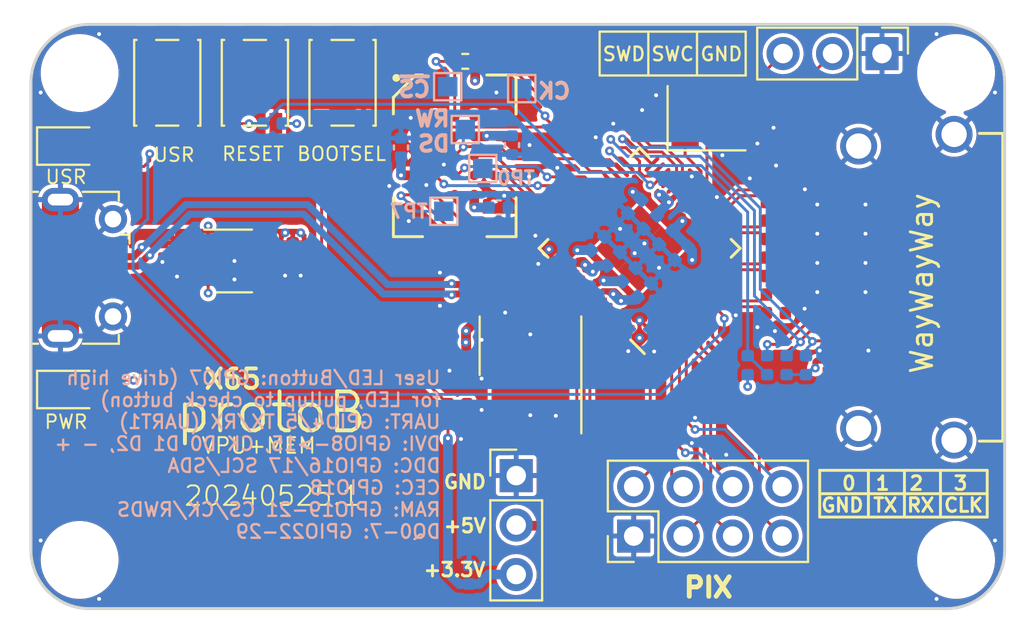
<source format=kicad_pcb>
(kicad_pcb (version 20240108) (generator "pcbnew") (generator_version "8.0")
  (layers (0 "F.Cu" jumper) (1 "In1.Cu" power) (2 "In2.Cu" power) (31 "B.Cu" signal) (34 "B.Paste" user) (35 "F.Paste" user) (36 "B.SilkS" user "B.Silkscreen") (37 "F.SilkS" user "F.Silkscreen") (38 "B.Mask" user) (39 "F.Mask" user) (44 "Edge.Cuts" user))
  (net 0 "")
  (net 1 "+3V3")
  (net 2 "GND")
  (net 3 "+1V1")
  (net 4 "VBUS")
  (net 5 "/XOUT")
  (net 6 "/XIN")
  (net 7 "/DVI_D2+")
  (net 8 "/DVI_D1+")
  (net 9 "/DVI_D0+")
  (net 10 "/DVI_CK+")
  (net 11 "/DVI_D2-")
  (net 12 "/DVI_D1-")
  (net 13 "/DVI_D0-")
  (net 14 "/DVI_CK-")
  (net 15 "/USB_D-")
  (net 16 "Net-(D1-A)")
  (net 17 "/USB_D+")
  (net 18 "/SWCLK")
  (net 19 "/SWDIO")
  (net 20 "Net-(D2-A)")
  (net 23 "/RUN_~{RST}")
  (net 24 "Net-(R3-Pad2)")
  (net 25 "/FLASH_SD3")
  (net 26 "/FLASH_SCK")
  (net 27 "/FLASH_SD0")
  (net 28 "/FLASH_SD2")
  (net 29 "/FLASH_SD1")
  (net 30 "/USB_DX-")
  (net 31 "/USB_DX+")
  (net 32 "/FLASH_~{CS}")
  (net 33 "/UART_RX")
  (net 34 "/UART_TX")
  (net 35 "/USER_LED_BUTTON")
  (net 37 "Net-(J5-CEC)")
  (net 38 "Net-(R20-Pad2)")
  (net 39 "/uC_DVI_SCL")
  (net 40 "/uC_DVI_SDA")
  (net 41 "/uC_DVI_CEC")
  (net 42 "/uC_DVI_D2+")
  (net 43 "/uC_DVI_D1+")
  (net 44 "/uC_DVI_D0+")
  (net 45 "/uC_DVI_CK+")
  (net 46 "/uC_DVI_D2-")
  (net 47 "/uC_DVI_D1-")
  (net 48 "/uC_DVI_D0-")
  (net 49 "/uC_DVI_CK-")
  (net 50 "/PIXCLK")
  (net 51 "/PIX1")
  (net 52 "/PIX3")
  (net 53 "/PIX0")
  (net 54 "/PIX2")
  (net 55 "/~{CS}")
  (net 56 "/DQ3")
  (net 57 "/DQ2")
  (net 58 "/DQ7")
  (net 59 "/DQ1")
  (net 60 "/DQ4")
  (net 61 "/DQ0")
  (net 62 "/DQ6")
  (net 63 "/RWDS")
  (net 64 "/DQ5")
  (net 65 "/CK")
  (footprint "Resistor_SMD:R_0402_1005Metric" (layer "F.Cu") (at 225.4 99.1)
    (property "Reference" "R5" (hide yes))
    (property "Value" "27R")
  )
  (footprint "Resistor_SMD:R_0402_1005Metric" (layer "F.Cu") (at 225.4 98.1)
    (property "Reference" "R4" (hide yes))
    (property "Value" "27R")
  )
  (footprint "Resistor_SMD:R_0402_1005Metric" (layer "F.Cu") (at 221.9 105.5)
    (property "Reference" "R2" (hide yes))
    (property "Value" "DNF")
  )
  (footprint "Package_TO_SOT_SMD:SOT-23-5_HandSoldering" (layer "F.Cu") (at 210.45 97.15)
    (property "Reference" "U2" (hide yes))
    (property "Value" "NCP115ASN330")
  )
  (footprint "Capacitor_SMD:C_0402_1005Metric" (layer "F.Cu") (at 232.1 89.885 90)
    (property "Reference" "C10" (hide yes))
    (property "Value" "10p")
  )
  (footprint "Resistor_SMD:R_0402_1005Metric" (layer "F.Cu") (at 204.5 103.75 -90)
    (property "Reference" "R11" (hide yes))
    (property "Value" "2k2")
  )
  (footprint "LED_SMD:LED_0805_2012Metric" (layer "F.Cu") (at 202 91.25)
    (property "Reference" "D1" (hide yes))
    (property "Value" "LED")
  )
  (footprint "picodvi:MH_M2" (layer "F.Cu") (at 202.5 87.5)
    (property "Reference" "REF**" (hide yes))
    (property "Value" "MH_M2" (hide yes))
  )
  (footprint "picodvi:MH_M2" (layer "F.Cu") (at 247.5 87.5)
    (property "Reference" "REF**" (hide yes))
    (property "Value" "MH_M2" (hide yes))
  )
  (footprint "LED_SMD:LED_0805_2012Metric" (layer "F.Cu") (at 202 103.75)
    (property "Reference" "D2" (hide yes))
    (property "Value" "LED")
  )
  (footprint "Package_SON:WSON-8-1EP_6x5mm_P1.27mm_EP3.4x4mm" (layer "F.Cu") (at 225.65 103 90)
    (property "Reference" "U3" (hide yes))
    (property "Value" "W25Q16JV")
  )
  (footprint "Capacitor_SMD:C_0402_1005Metric" (layer "F.Cu") (at 222.35 102.7 -90)
    (property "Reference" "C13" (hide yes))
    (property "Value" "100n")
  )
  (footprint "Connector_PinHeader_2.54mm:PinHeader_1x03_P2.54mm_Vertical" (layer "F.Cu") (at 224.917 108.17)
    (property "Reference" "J6" (hide yes))
    (property "Value" "Conn_01x03" (hide yes))
  )
  (footprint "Capacitor_SMD:C_0402_1005Metric" (layer "F.Cu") (at 227.2 112.014 -90)
    (property "Reference" "C24" (hide yes))
    (property "Value" "1u")
  )
  (footprint "picodvi:SW_SPST_PTS815" (layer "F.Cu") (at 211.5 88 -90)
    (property "Reference" "SW1" (hide yes))
    (property "Value" "SW_Push")
  )
  (footprint "picodvi:SW_SPST_PTS815" (layer "F.Cu") (at 216 88 -90)
    (property "Reference" "SW2" (hide yes))
    (property "Value" "SW_Push")
  )
  (footprint "picodvi:MH_M2" (layer "F.Cu") (at 247.5 112.5)
    (property "Reference" "REF**" (hide yes))
    (property "Value" "MH_M2" (hide yes))
  )
  (footprint "picodvi:MH_M2" (layer "F.Cu") (at 202.5 112.5)
    (property "Reference" "REF**" (hide yes))
    (property "Value" "MH_M2" (hide yes))
  )
  (footprint "Resistor_SMD:R_0402_1005Metric" (layer "F.Cu") (at 238.25 94.125 180)
    (property "Reference" "R16" (hide yes))
    (property "Value" "270")
  )
  (footprint "Resistor_SMD:R_0402_1005Metric" (layer "F.Cu") (at 238.25 96.025 180)
    (property "Reference" "R17" (hide yes))
    (property "Value" "270")
  )
  (footprint "Resistor_SMD:R_0402_1005Metric" (layer "F.Cu") (at 238.25 98.875 180)
    (property "Reference" "R15" (hide yes))
    (property "Value" "270")
  )
  (footprint "Resistor_SMD:R_0402_1005Metric" (layer "F.Cu") (at 238.25 95.075 180)
    (property "Reference" "R13" (hide yes))
    (property "Value" "270")
  )
  (footprint "Resistor_SMD:R_0402_1005Metric" (layer "F.Cu") (at 238.25 97.925 180)
    (property "Reference" "R18" (hide yes))
    (property "Value" "270")
  )
  (footprint "picodvi:SW_SPST_PTS815" (layer "F.Cu") (at 207 88 -90)
    (property "Reference" "SW3" (hide yes))
    (property "Value" "SW_Push")
  )
  (footprint "Resistor_SMD:R_0402_1005Metric" (layer "F.Cu") (at 221.9 104.5 180)
    (property "Reference" "R3" (hide yes))
    (property "Value" "2k2")
  )
  (footprint "Capacitor_SMD:C_0402_1005Metric" (layer "F.Cu") (at 237.3 89.835 -90)
    (property "Reference" "C12" (hide yes))
    (property "Value" "10p")
  )
  (footprint "Crystal:Crystal_SMD_3225-4Pin_3.2x2.5mm" (layer "F.Cu") (at 234.69 89.82)
    (property "Reference" "Y1" (hide yes))
    (property "Value" "12 M")
  )
  (footprint "picodvi:QFN-56_EP_7x7_Pitch0.4mm" (layer "F.Cu") (at 231.25 96.5 135)
    (property "Reference" "U1" (hide yes))
    (property "Value" "RP2040" (hide yes))
  )
  (footprint "Capacitor_SMD:C_0402_1005Metric" (layer "F.Cu") (at 213.44 96.7 -90)
    (property "Reference" "C11" (hide yes))
    (property "Value" "1u")
  )
  (footprint "Capacitor_SMD:C_0402_1005Metric" (layer "F.Cu") (at 207.52 96.7 -90)
    (property "Reference" "C7" (hide yes))
    (property "Value" "1u")
  )
  (footprint "Connector_PinHeader_2.54mm:PinHeader_1x03_P2.54mm_Vertical" (layer "F.Cu") (at 243.7 86.5 -90)
    (property "Reference" "J2" (hide yes))
    (property "Value" "Conn_01x05" (hide yes))
  )
  (footprint "Resistor_SMD:R_0402_1005Metric" (layer "F.Cu") (at 204.7 92.3 180)
    (property "Reference" "R6" (hide yes))
    (property "Value" "2k2")
  )
  (footprint "Resistor_SMD:R_0402_1005Metric" (layer "F.Cu") (at 204.7 91.35)
    (property "Reference" "R20" (hide yes))
    (property "Value" "2k2")
  )
  (footprint "Connector_PinHeader_2.54mm:PinHeader_2x04_P2.54mm_Vertical" (layer "F.Cu") (at 230.95 111.275 90)
    (property "Reference" "J4" (hide yes))
    (property "Value" "02x04" (hide yes))
  )
  (footprint "Resistor_SMD:R_0402_1005Metric" (layer "F.Cu") (at 238.25 96.975 180)
    (property "Reference" "R14" (hide yes))
    (property "Value" "270")
  )
  (footprint "Resistor_SMD:R_0402_1005Metric" (layer "F.Cu") (at 238.25 99.825 180)
    (property "Reference" "R19" (hide yes))
    (property "Value" "270")
  )
  (footprint "Resistor_SMD:R_0402_1005Metric" (layer "F.Cu") (at 238.25 93.175 180)
    (property "Reference" "R12" (hide yes))
    (property "Value" "270")
  )
  (footprint "picodvi:HDMI-SS-53000" (layer "F.Cu") (at 242.5 98.5 -90)
    (property "Reference" "J5" (hide yes))
    (property "Value" "NOT_HDMI_A")
  )
  (footprint "Connector_USB:USB_Micro-B_Molex-105017-0001" (layer "F.Cu") (at 202.75 97.5 -90)
    (property "Reference" "J1" (hide yes))
    (property "Value" "USB_OTG")
  )
  (footprint "Resistor_SMD:R_0402_1005Metric" (layer "F.Cu") (at 222.3 86.9 180)
    (property "Reference" "R21" (hide yes))
    (property "Value" "4k7" (hide yes))
  )
  (footprint "picodvi:S70KS128" (layer "F.Cu") (at 221.76 91.75)
    (property "Reference" "U4" (hide yes))
    (property "Value" "S70KL128" (hide yes))
  )
  (footprint "Resistor_SMD:R_0402_1005Metric" (layer "B.Cu") (at 238.8 102.5 90)
    (property "Reference" "R8" (hide yes))
    (property "Value" "2k2")
  )
  (footprint "Capacitor_SMD:C_0402_1005Metric" (layer "B.Cu") (at 230.7 97.85 45)
    (property "Reference" "C2" (hide yes))
    (property "Value" "100n")
  )
  (footprint "Capacitor_SMD:C_0402_1005Metric" (layer "B.Cu") (at 231.8 95.15 -135)
    (property "Reference" "C8" (hide yes))
    (property "Value" "100n")
  )
  (footprint "Resistor_SMD:R_0402_1005Metric" (layer "B.Cu") (at 212.42 90.09 180)
    (property "Reference" "R1" (hide yes))
    (property "Value" "2k2")
  )
  (footprint "Capacitor_SMD:C_0402_1005Metric" (layer "B.Cu") (at 232.6 95.95 -135)
    (property "Reference" "C6" (hide yes))
    (property "Value" "100n")
  )
  (footprint "Capacitor_SMD:C_0402_1005Metric" (layer "B.Cu") (at 231.5 98.65 45)
    (property "Reference" "C5" (hide yes))
    (property "Value" "100n")
  )
  (footprint "Capacitor_SMD:C_0402_1005Metric" (layer "B.Cu") (at 233.4 96.75 -135)
    (property "Reference" "C4" (hide yes))
    (property "Value" "100n")
  )
  (footprint "Capacitor_SMD:C_0402_1005Metric" (layer "B.Cu") (at 231 94.35 -135)
    (property "Reference" "C9" (hide yes))
    (property "Value" "100n")
  )
  (footprint "Resistor_SMD:R_0402_1005Metric" (layer "B.Cu") (at 239.8 102.5 90)
    (property "Reference" "R9" (hide yes))
    (property "Value" "2k2")
  )
  (footprint "Resistor_SMD:R_0402_1005Metric" (layer "B.Cu") (at 236.8 102.5 90)
    (property "Reference" "R7" (hide yes))
    (property "Value" "2k2")
  )
  (footprint "Capacitor_SMD:C_0402_1005Metric" (layer "B.Cu") (at 229.9 97.05 45)
    (property "Reference" "C3" (hide yes))
    (property "Value" "1u")
  )
  (footprint "Capacitor_SMD:C_0402_1005Metric" (layer "B.Cu") (at 222.5 113.25 90)
    (property "Reference" "C22" (hide yes))
    (property "Value" "1u")
  )
  (footprint "Capacitor_SMD:C_0402_1005Metric" (layer "B.Cu") (at 229.1 96.25 45)
    (property "Reference" "C1" (hide yes))
    (property "Value" "1u")
  )
  (footprint "Resistor_SMD:R_0402_1005Metric" (layer "B.Cu") (at 237.8 102.5 -90)
    (property "Reference" "R10" (hide yes))
    (property "Value" "270")
  )
  (footprint "TestPoint:TestPoint_Pad_1.0x1.0mm" (layer "B.Cu") (at 222.3 90.4 180)
    (property "Reference" "TP3" (hide yes))
    (property "Value" "TestPoint_Probe" (hide yes))
  )
  (footprint "Capacitor_SMD:C_0402_1005Metric" (layer "B.Cu") (at 219 91.32 90)
    (property "Reference" "C16" (hide yes))
    (property "Value" "100n" (hide yes))
  )
  (footprint "Capacitor_SMD:C_0402_1005Metric" (layer "B.Cu") (at 224.02 94.4)
    (property "Reference" "C15" (hide yes))
    (property "Value" "100n" (hide yes))
  )
  (footprint "TestPoint:TestPoint_Pad_1.0x1.0mm" (layer "B.Cu") (at 221.4 88.2 180)
    (property "Reference" "TP1" (hide yes))
    (property "Value" "TestPoint_Probe" (hide yes))
  )
  (footprint "TestPoint:TestPoint_Pad_1.0x1.0mm" (layer "B.Cu") (at 225.2 88.3 180)
    (property "Reference" "TP2" (hide yes))
    (property "Value" "TestPoint_Probe" (hide yes))
  )
  (footprint "TestPoint:TestPoint_Pad_1.0x1.0mm" (layer "B.Cu") (at 223.2 92.4 180)
    (property "Reference" "TP0")
    (property "Value" "TestPoint_Probe" (hide yes))
  )
  (footprint "TestPoint:TestPoint_Pad_1.0x1.0mm" (layer "B.Cu") (at 221.2 94.6 180)
    (property "Reference" "TP7")
    (property "Value" "TestPoint_Probe" (hide yes))
  )
  (footprint "Capacitor_SMD:C_0402_1005Metric" (layer "B.Cu") (at 224.7 91.2 -90)
    (property "Reference" "C14" (hide yes))
    (property "Value" "100n" (hide yes))
  )
  (gr_line (start 236.7 85.375) (end 236.7 87.625) (stroke (width 0.12)) (layer "F.SilkS"))
  (gr_line (start 234.2 85.375) (end 234.2 87.625) (stroke (width 0.12)) (layer "F.SilkS"))
  (gr_line (start 231.7 85.375) (end 231.7 87.625) (stroke (width 0.12)) (layer "F.SilkS"))
  (gr_line (start 229.2 85.375) (end 229.2 87.625) (stroke (width 0.12)) (layer "F.SilkS"))
  (gr_line (start 236.7 87.625) (end 229.2 87.625) (stroke (width 0.12)) (layer "F.SilkS"))
  (gr_line (start 229.2 85.375) (end 236.7 85.375) (stroke (width 0.12)) (layer "F.SilkS"))
  (gr_line (start 243 107.9) (end 243 110.2) (stroke (width 0.15)) (layer "F.SilkS"))
  (gr_line (start 246.7 107.9) (end 246.7 110.3) (stroke (width 0.15)) (layer "F.SilkS"))
  (gr_line (start 240.5 110.3) (end 240.5 107.9) (stroke (width 0.15)) (layer "F.SilkS"))
  (gr_line (start 244.85 110.3) (end 244.85 107.9) (stroke (width 0.15)) (layer "F.SilkS"))
  (gr_line (start 249.1 107.9) (end 249.1 110.3) (stroke (width 0.15)) (layer "F.SilkS"))
  (gr_line (start 240.5 107.9) (end 249.1 107.9) (stroke (width 0.15)) (layer "F.SilkS"))
  (gr_line (start 240.6 109.1) (end 249.1 109.1) (stroke (width 0.15)) (layer "F.SilkS"))
  (gr_line (start 249.1 110.3) (end 240.5 110.3) (stroke (width 0.15)) (layer "F.SilkS"))
  (gr_line (start 247 115) (end 203 115) (stroke (width 0.15)) (layer "Edge.Cuts"))
  (gr_line (start 200 112) (end 200 88) (stroke (width 0.15)) (layer "Edge.Cuts"))
  (gr_arc (start 200 88) (mid 200.87868 85.87868) (end 203 85) (stroke (width 0.15)) (layer "Edge.Cuts"))
  (gr_arc (start 203 115) (mid 200.87868 114.12132) (end 200 112) (stroke (width 0.15)) (layer "Edge.Cuts"))
  (gr_line (start 203 85) (end 247 85) (stroke (width 0.15)) (layer "Edge.Cuts"))
  (gr_arc (start 247 85) (mid 249.12132 85.87868) (end 250 88) (stroke (width 0.15)) (layer "Edge.Cuts"))
  (gr_line (start 250 88) (end 250 112) (stroke (width 0.15)) (layer "Edge.Cuts"))
  (gr_arc (start 250 112) (mid 249.12132 114.12132) (end 247 115) (stroke (width 0.15)) (layer "Edge.Cuts"))
  (gr_text "User LED/Button: GPIO7 (drive high\nfor LED, pullup to check button)\nUART: GPIO4/5 TX/RX (UART1)\nDVI: GPIO8->15, CK D0 D1 D2, - +\nDDC: GPIO16/17 SCL/SDA\nCEC: GPIO18\nRAM: GPIO19-21 CS/CK/RWDS\nDQ0-7: GPIO22-29" (at 221.1 107.1 0) (layer "B.SilkS") (effects (font (size 0.7 0.7) (thickness 0.12)) (justify left mirror)))
  (gr_text "CK" (at 227.8 88.9 0) (layer "B.SilkS") (effects (font (size 0.8 0.8) (thickness 0.2) (bold yes)) (justify left bottom mirror)))
  (gr_text "~{CS}" (at 220.6 88.8 0) (layer "B.SilkS") (effects (font (size 0.8 0.8) (thickness 0.2) (bold yes)) (justify left bottom mirror)))
  (gr_text "RW\nDS" (at 221.6 91.6 0) (layer "B.SilkS") (effects (font (size 0.8 0.8) (thickness 0.2) (bold yes)) (justify left bottom mirror)))
  (gr_text "USR" (at 207.35 91.7 0) (layer "F.SilkS") (effects (font (size 0.7 0.7) (thickness 0.1))))
  (gr_text "RESET" (at 211.4 91.65 0) (layer "F.SilkS") (effects (font (size 0.7 0.7) (thickness 0.1))))
  (gr_text "BOOTSEL" (at 215.95 91.65 0) (layer "F.SilkS") (effects (font (size 0.7 0.7) (thickness 0.1))))
  (gr_text "PWR" (at 201.803 105.41 0) (layer "F.SilkS") (effects (font (size 0.7 0.7) (thickness 0.1))))
  (gr_text "USR" (at 201.803 92.837 0) (layer "F.SilkS") (effects (font (size 0.7 0.7) (thickness 0.1))))
  (gr_text "  GND\n\n  +5V\n\n+3.3V" (at 221.75 110.75 0) (layer "F.SilkS") (effects (font (size 0.7 0.7))))
  (gr_text "GND" (at 235.45 86.525 0) (layer "F.SilkS") (effects (font (size 0.7 0.7) (thickness 0.12))))
  (gr_text "SWC" (at 232.95 86.525 0) (layer "F.SilkS") (effects (font (size 0.7 0.7) (thickness 0.12))))
  (gr_text "SWD" (at 230.45 86.525 0) (layer "F.SilkS") (effects (font (size 0.7 0.7) (thickness 0.12))))
  (gr_text "protoB" (at 207.3 106.1 0) (layer "F.SilkS") (effects (font (size 2 2) (thickness 0.2)) (justify left bottom)))
  (gr_text "WayWayWay" (at 245.745 98.298 90) (layer "F.SilkS") (effects (font (size 1.1 1.1))))
  (gr_text "  0  1  2   3\nGND TX RX CLK" (at 240.5 110.1 0) (layer "F.SilkS") (effects (font (size 0.7 0.7) (thickness 0.15) (bold yes)) (justify left bottom)))
  (gr_text "20240525.1" (at 207.8 109.8 0) (layer "F.SilkS") (effects (font (size 1 1) (thickness 0.1)) (justify left bottom)))
  (gr_text "X65" (at 208.8 103.8 0) (layer "F.SilkS") (effects (font (size 1 1) (thickness 0.2) (bold yes)) (justify left bottom)))
  (gr_text "VPU+MEM" (at 208.7 107.1 0) (layer "F.SilkS") (effects (font (size 0.8 0.8) (thickness 0.1)) (justify left bottom)))
  (gr_text "PIX" (at 233.4 114.5 0) (layer "F.SilkS") (effects (font (size 1 1) (thickness 0.25) (bold yes)) (justify left bottom)))
  (segment (start 205.255 103.265) (end 205.27 103.28) (width 0.15) (layer "F.Cu") (net 1))
  (segment (start 222.75 93.76) (end 222.76 93.75) (width 0.5) (layer "F.Cu") (net 1))
  (segment (start 222.81 87.89) (end 222.8 87.9) (width 0.5) (layer "F.Cu") (net 1))
  (segment (start 229.317157 98.15) (end 229.4 98.15) (width 0.2) (layer "F.Cu") (net 1))
  (segment (start 228.633705 98.833452) (end 229.317157 98.15) (width 0.2) (layer "F.Cu") (net 1))
  (segment (start 221.415 106.245) (end 221.41 106.25) (width 0.15) (layer "F.Cu") (net 1))
  (segment (start 222.76 93.75) (end 222.76 94.4) (width 0.5) (layer "F.Cu") (net 1))
  (segment (start 222.34 101.32) (end 222.33 101.33) (width 0.5) (layer "F.Cu") (net 1))
  (segment (start 233.95 97.785786) (end 233.95 97.1) (width 0.2) (layer "F.Cu") (net 1))
  (segment (start 233.225001 94.875001) (end 233.45 95.1) (width 0.2) (layer "F.Cu") (net 1))
  (segment (start 222.81 86.9) (end 222.81 87.89) (width 0.5) (layer "F.Cu") (net 1))
  (segment (start 233.583452 93.883705) (end 233.225001 94.242156) (width 0.2) (layer "F.Cu") (net 1))
  (segment (start 222.35 101.35) (end 222.33 101.33) (width 0.5) (layer "F.Cu") (net 1))
  (segment (start 204.5 103.265) (end 205.255 103.265) (width 0.15) (layer "F.Cu") (net 1))
  (segment (start 223.745 100.3375) (end 222.7425 100.3375) (width 0.5) (layer "F.Cu") (net 1))
  (segment (start 234.431981 98.267767) (end 233.95 97.785786) (width 0.2) (layer "F.Cu") (net 1))
  (segment (start 229.482233 93.318019) (end 229.832234 93.66802) (width 0.2) (layer "F.Cu") (net 1))
  (segment (start 222.35 102.215) (end 222.35 101.35) (width 0.5) (layer "F.Cu") (net 1))
  (segment (start 221.415 105.5) (end 221.415 106.245) (width 0.15) (layer "F.Cu") (net 1))
  (segment (start 222.7425 100.3375) (end 222.34 100.74) (width 0.5) (layer "F.Cu") (net 1))
  (segment (start 222.34 100.74) (end 222.34 101.32) (width 0.5) (layer "F.Cu") (net 1))
  (segment (start 227.230761 97.419239) (end 228.05 96.6) (width 0.2) (layer "F.Cu") (net 1))
  (segment (start 222.76 90.75) (end 223.4 90.75) (width 0.5) (layer "F.Cu") (net 1))
  (segment (start 233.225001 94.242156) (end 233.225001 94.875001) (width 0.2) (layer "F.Cu") (net 1))
  (segment (start 229.832234 93.66802) (end 230.83198 93.66802) (width 0.2) (layer "F.Cu") (net 1))
  (segment (start 227.219491 97.419239) (end 227.230761 97.419239) (width 0.2) (layer "F.Cu") (net 1))
  (segment (start 219.76 92.75) (end 219 92.75) (width 0.5) (layer "F.Cu") (net 1))
  (segment (start 230.83198 93.66802) (end 230.9 93.6) (width 0.2) (layer "F.Cu") (net 1))
  (segment (start 219.74 92.73) (end 219.76 92.75) (width 0.5) (layer "F.Cu") (net 1))
  (via (at 226.6 96.55) (size 0.45) (drill 0.2) (layers "F.Cu" "B.Cu") (net 1))
  (via (at 231.25 101.1) (size 0.45) (drill 0.2) (layers "F.Cu" "B.Cu") (net 1))
  (via (at 231.25 100.2) (size 0.45) (drill 0.2) (layers "F.Cu" "B.Cu") (net 1))
  (via (at 213.85 95.7) (size 0.45) (drill 0.2) (layers "F.Cu" "B.Cu") (net 1))
  (via (at 213.05 95.7) (size 0.45) (drill 0.2) (layers "F.Cu" "B.Cu") (net 1))
  (via (at 222.76 94.4) (size 0.45) (drill 0.2) (layers "F.Cu" "B.Cu") (net 1))
  (via (at 229.4 98.15) (size 0.45) (drill 0.2) (layers "F.Cu" "B.Cu") (net 1))
  (via (at 213.65 90.1) (size 0.45) (drill 0.2) (layers "F.Cu" "B.Cu") (net 1))
  (via (at 228.05 96.6) (size 0.45) (drill 0.2) (layers "F.Cu" "B.Cu") (net 1))
  (via (at 222.8 87.9) (size 0.45) (drill 0.2) (layers "F.Cu" "B.Cu") (net 1))
  (via (at 221.41 106.25) (size 0.45) (drill 0.2) (layers "F.Cu" "B.Cu") (net 1))
  (via (at 223.4 90.725) (size 0.45) (drill 0.2) (layers "F.Cu" "B.Cu") (net 1))
  (via (at 222.33 101.33) (size 0.45) (drill 0.2) (layers "F.Cu" "B.Cu") (net 1))
  (via (at 233.45 95.1) (size 0.45) (drill 0.2) (layers "F.Cu" "B.Cu") (net 1))
  (via (at 219 92.75) (size 0.45) (drill 0.2) (layers "F.Cu" "B.Cu") (net 1))
  (via (at 230.9 93.6) (size 0.45) (drill 0.2) (layers "F.Cu" "B.Cu") (net 1))
  (via (at 222.34 100.74) (size 0.45) (drill 0.2) (layers "F.Cu" "B.Cu") (net 1))
  (via (at 236.8 103.6) (size 0.45) (drill 0.2) (layers "F.Cu" "B.Cu") (net 1))
  (via (at 233.95 97.1) (size 0.45) (drill 0.2) (layers "F.Cu" "B.Cu") (net 1))
  (via (at 205.27 103.28) (size 0.45) (drill 0.2) (layers "F.Cu" "B.Cu") (net 1))
  (segment (start 228.057053 96.592947) (end 228.05 96.6) (width 0.5) (layer "B.Cu") (net 1))
  (segment (start 229.442947 98.192947) (end 229.4 98.15) (width 0.5) (layer "B.Cu") (net 1))
  (segment (start 228.757053 96.592947) (end 228.057053 96.592947) (width 0.5) (layer "B.Cu") (net 1))
  (segment (start 231.307053 94.007053) (end 230.9 93.6) (width 0.5) (layer "B.Cu") (net 1))
  (segment (start 223.54 94.4) (end 222.76 94.4) (width 0.5) (layer "B.Cu") (net 1))
  (segment (start 223.5 113.25) (end 223.015 113.735) (width 0.5) (layer "B.Cu") (net 1))
  (segment (start 233.742947 96.407053) (end 233.95 96.614106) (width 0.5) (layer "B.Cu") (net 1))
  (segment (start 232.942947 95.607053) (end 233.45 95.1) (width 0.5) (layer "B.Cu") (net 1))
  (segment (start 223.015 113.735) (end 222.5 113.735) (width 0.5) (layer "B.Cu") (net 1))
  (segment (start 233.95 96.614106) (end 233.95 97.1) (width 0.5) (layer "B.Cu") (net 1))
  (segment (start 221.985 113.735) (end 222.5 113.735) (width 0.5) (layer "B.Cu") (net 1))
  (segment (start 212.905 90.09) (end 213.64 90.09) (width 0.15) (layer "B.Cu") (net 1))
  (segment (start 231.342947 94.007053) (end 231.307053 94.007053) (width 0.5) (layer "B.Cu") (net 1))
  (segment (start 219 91.8) (end 219 92.75) (width 0.5) (layer "B.Cu") (net 1))
  (segment (start 232.942947 95.607053) (end 233.742947 96.407053) (width 0.5) (layer "B.Cu") (net 1))
  (segment (start 224.7 90.72) (end 223.405 90.72) (width 0.5) (layer "B.Cu") (net 1))
  (segment (start 230.357053 98.192947) (end 229.442947 98.192947) (width 0.5) (layer "B.Cu") (net 1))
  (segment (start 223.405 90.72) (end 223.4 90.725) (width 0.5) (layer "B.Cu") (net 1))
  (segment (start 221.41 106.25) (end 221.41 113.16) (width 0.5) (layer "B.Cu") (net 1))
  (segment (start 213.64 90.09) (end 213.65 90.1) (width 0.15) (layer "B.Cu") (net 1))
  (segment (start 221.41 113.16) (end 221.985 113.735) (width 0.5) (layer "B.Cu") (net 1))
  (segment (start 236.8 102.985) (end 236.8 103.6) (width 0.15) (layer "B.Cu") (net 1))
  (segment (start 224.917 113.25) (end 223.5 113.25) (width 0.5) (layer "B.Cu") (net 1))
  (segment (start 235.1 94.064214) (end 235.1 93.99) (width 0.15) (layer "F.Cu") (net 2))
  (segment (start 233.26 88.64) (end 233.59 88.97) (width 0.3) (layer "F.Cu") (net 2))
  (segment (start 223.14 103.19) (end 225.46 103.19) (width 0.5) (layer "F.Cu") (net 2))
  (segment (start 234.431981 94.732233) (end 235.1 94.064214) (width 0.15) (layer "F.Cu") (net 2))
  (segment (start 221.76 90.75) (end 221.2 91.31) (width 0.5) (layer "F.Cu") (net 2))
  (segment (start 221.2 91.31) (end 221.2 92.2) (width 0.2) (layer "F.Cu") (net 2))
  (segment (start 235.1 93.99) (end 235.22 93.87) (width 0.15) (layer "F.Cu") (net 2))
  (segment (start 225.65 103.7575) (end 227.555 105.6625) (width 0.5) (layer "F.Cu") (net 2))
  (segment (start 209.135 97.185) (end 209.1 97.15) (width 0.5) (layer "F.Cu") (net 2))
  (segment (start 233.16 89.4) (end 233.59 88.97) (width 0.3) (layer "F.Cu") (net 2))
  (segment (start 232.1 88.64) (end 233.26 88.64) (width 0.3) (layer "F.Cu") (net 2))
  (segment (start 236.14 90.32) (end 235.79 90.67) (width 0.3) (layer "F.Cu") (net 2))
  (segment (start 225.64 103.01) (end 225.65 103) (width 0.5) (layer "F.Cu") (net 2))
  (segment (start 225.64 105.07) (end 225.64 103.01) (width 0.5) (layer "F.Cu") (net 2))
  (segment (start 237.3 90.32) (end 236.14 90.32) (width 0.3) (layer "F.Cu") (net 2))
  (segment (start 232.1 89.4) (end 233.16 89.4) (width 0.3) (layer "F.Cu") (net 2))
  (via (at 242.85 94.25) (size 0.45) (drill 0.2) (layers "F.Cu" "B.Cu") (net 2))
  (via (at 242.85 95.75) (size 0.45) (drill 0.2) (layers "F.Cu" "B.Cu") (net 2))
  (via (at 242.85 97.25) (size 0.45) (drill 0.2) (layers "F.Cu" "B.Cu") (net 2))
  (via (at 242.85 98.75) (size 0.45) (drill 0.2) (layers "F.Cu" "B.Cu") (net 2))
  (via (at 243 101.75) (size 0.45) (drill 0.2) (layers "F.Cu" "B.Cu") (net 2))
  (via (at 231 96.75) (size 0.45) (drill 0.2) (layers "F.Cu" "B.Cu") (net 2))
  (via (at 232.25 97.5) (size 0.45) (drill 0.2) (layers "F.Cu" "B.Cu") (net 2))
  (via (at 223.14 101.2) (size 0.45) (drill 0.2) (layers "F.Cu" "B.Cu") (net 2))
  (via (at 223.14 104.8) (size 0.45) (drill 0.2) (layers "F.Cu" "B.Cu") (net 2))
  (via (at 231.5 96.25) (size 0.45) (drill 0.2) (layers "F.Cu" "B.Cu") (net 2))
  (via (at 230.25 95.5) (size 0.45) (drill 0.2) (layers "F.Cu" "B.Cu") (net 2))
  (via (at 206.75 97.2) (size 0.45) (drill 0.2) (layers "F.Cu" "B.Cu") (net 2))
  (via (at 207.5 97.95) (size 0.45) (drill 0.2) (layers "F.Cu" "B.Cu") (net 2))
  (via (at 213.05 97.9) (size 0.45) (drill 0.2) (layers "F.Cu" "B.Cu") (net 2))
  (via (at 213.85 97.9) (size 0.45) (drill 0.2) (layers "F.Cu" "B.Cu") (net 2))
  (via (at 240.5 101.75) (size 0.45) (drill 0.2) (layers "F.Cu" "B.Cu") (net 2))
  (via (at 236.190859 99.936565) (size 0.45) (drill 0.2) (layers "F.Cu" "B.Cu") (net 2))
  (via (at 232 101.8) (size 0.45) (drill 0.2) (layers "F.Cu" "B.Cu") (net 2))
  (via (at 230.67 101.78) (size 0.45) (drill 0.2) (layers "F.Cu" "B.Cu") (net 2))
  (via (at 223.14 103.19) (size 0.45) (drill 0.2) (layers "F.Cu" "B.Cu") (net 2))
  (via (at 221.49 102.78) (size 0.45) (drill 0.2) (layers "F.Cu" "B.Cu") (net 2))
  (via (at 238.26 92.25) (size 0.45) (drill 0.2) (layers "F.Cu" "B.Cu") (net 2))
  (via (at 237.3 91.12) (size 0.45) (drill 0.2) (layers "F.Cu" "B.Cu") (net 2))
  (via (at 238.13 90.31) (size 0.45) (drill 0.2) (layers "F.Cu" "B.Cu") (net 2))
  (via (at 231.38 89.4) (size 0.45) (drill 0.2) (layers "F.Cu" "B.Cu") (net 2))
  (via (at 232.1 88.64) (size 0.45) (drill 0.2) (layers "F.Cu" "B.Cu") (net 2))
  (via (at 233.93 92.81) (size 0.45) (drill 0.2) (layers "F.Cu" "B.Cu") (net 2))
  (via (at 229 90.8) (size 0.45) (drill 0.2) (layers "F.Cu" "B.Cu") (net 2))
  (via (at 225.6 91.2) (size 0.45) (drill 0.2) (layers "F.Cu" "B.Cu") (net 2))
  (via (at 237.3 100.55) (size 0.45) (drill 0.2) (layers "F.Cu" "B.Cu") (net 2))
  (via (at 249.5 88.5) (size 0.45) (drill 0.2) (layers "F.Cu" "B.Cu") (net 2))
  (via (at 246.5 85.5) (size 0.45) (drill 0.2) (layers "F.Cu" "B.Cu") (net 2))
  (via (at 203.5 85.5) (size 0.45) (drill 0.2) (layers "F.Cu" "B.Cu") (net 2))
  (via (at 200.5 88.5) (size 0.45) (drill 0.2) (layers "F.Cu" "B.Cu") (net 2))
  (via (at 200.5 111.5) (size 0.45) (drill 0.2) (layers "F.Cu" "B.Cu") (net 2))
  (via (at 203.5 114.5) (size 0.45) (drill 0.2) (layers "F.Cu" "B.Cu") (net 2))
  (via (at 246.5 114.5) (size 0.45) (drill 0.2) (layers "F.Cu" "B.Cu") (net 2))
  (via (at 249.5 111.5) (size 0.45) (drill 0.2) (layers "F.Cu" "B.Cu") (net 2))
  (via (at 225.9 95.85) (size 0.45) (drill 0.2) (layers "F.Cu" "B.Cu") (net 2))
  (via (at 226.05 97.3) (size 0.45) (drill 0.2) (layers "F.Cu" "B.Cu") (net 2))
  (via (at 210.45 97.15) (size 0.45) (drill 0.2) (layers "F.Cu" "B.Cu") (net 2))
  (via (at 210.45 98.1) (size 0.45) (drill 0.2) (layers "F.Cu" "B.Cu") (net 2))
  (via (at 224.35 99.8) (size 0.45) (drill 0.2) (layers "F.Cu" "B.Cu") (net 2))
  (via (at 221 99.45) (size 0.45) (drill 0.2) (layers "F.Cu" "B.Cu") (net 2))
  (via (at 226.95 105.1) (size 0.45) (drill 0.2) (layers "F.Cu" "B.Cu") (net 2))
  (via (at 221 97.75) (size 0.45) (drill 0.2) (layers "F.Cu" "B.Cu") (net 2))
  (via (at 240.375 94.25) (size 0.45) (drill 0.2) (layers "F.Cu" "B.Cu") (net 2))
  (via (at 240.375 95.75) (size 0.45) (drill 0.2) (layers "F.Cu" "B.Cu") (net 2))
  (via (at 240.375 97.25) (size 0.45) (drill 0.2) (layers "F.Cu" "B.Cu") (net 2))
  (via (at 240.375 98.75) (size 0.45) (drill 0.2) (layers "F.Cu" "B.Cu") (net 2))
  (via (at 239.725 99.6) (size 0.45) (drill 0.2) (layers "F.Cu" "B.Cu") (net 2))
  (via (at 238.2 100.75) (size 0.45) (drill 0.2) (layers "F.Cu" "B.Cu") (net 2))
  (via (at 239.74 93.47) (size 0.45) (drill 0.2) (layers "F.Cu" "B.Cu") (net 2))
  (via (at 235.22 93.87) (size 0.45) (drill 0.2) (layers "F.Cu" "B.Cu") (net 2))
  (via (at 236.91 92.91) (size 0.45) (drill 0.2) (layers "F.Cu" "B.Cu") (net 2))
  (via (at 235.5 91.72) (size 0.45) (drill 0.2) (layers "F.Cu" "B.Cu") (net 2))
  (via (at 225.64 105.07) (size 0.45) (drill 0.2) (layers "F.Cu" "B.Cu") (net 2))
  (via (at 225.64 100.92) (size 0.45) (drill 0.2) (layers "F.Cu" "B.Cu") (net 2))
  (via (at 222.08 106.29) (size 0.45) (drill 0.2) (layers "F.Cu" "B.Cu") (net 2))
  (via (at 229.9 90.1) (size 0.45) (drill 0.2) (layers "F.Cu" "B.Cu") (net 2))
  (via (at 235.7 107.1) (size 0.45) (drill 0.2) (layers "F.Cu" "B.Cu") (net 2))
  (via (at 218.4 93.3) (size 0.45) (drill 0.2) (layers "F.Cu" "B.Cu") (net 2))
  (via (at 223.9 88.5) (size 0.45) (drill 0.2) (layers "F.Cu" "B.Cu") (net 2))
  (via (at 224.3 93.8) (size 0.45) (drill 0.2) (layers "F.Cu" "B.Cu") (net 2))
  (via (at 221.2 92.2) (size 0.45) (drill 0.2) (layers "F.Cu" "B.Cu") (net 2))
  (via (at 225.576586 92.816389) (size 0.45) (drill 0.2) (layers "F.Cu" "B.Cu") (net 2))
  (via (at 227.025591 92.367166) (size 0.45) (drill 0.2) (layers "F.Cu" "B.Cu") (net 2))
  (via (at 234.1 105.2) (size 0.45) (drill 0.2) (layers "F.Cu" "B.Cu") (net 2))
  (via (at 233.932822 106.500768) (size 0.45) (drill 0.2) (layers "F.Cu" "B.Cu") (net 2))
  (via (at 220.3 93.25) (size 0.45) (drill 0.2) (layers "F.Cu" "B.Cu") (net 2))
  (via (at 219.4 95.1) (size 0.45) (drill 0.2) (layers "F.Cu" "B.Cu") (net 2))
  (via (at 219.5 89.8) (size 0.45) (drill 0.2) (layers "F.Cu" "B.Cu") (net 2))
  (segment (start 233.30061 93.600862) (end 233.295846 93.600862) (width 0.2) (layer "F.Cu") (net 3))
  (segment (start 233.295846 93.600862) (end 232.760748 94.13596) (width 0.2) (layer "F.Cu") (net 3))
  (via (at 230.3 99.2) (size 0.45) (drill 0.2) (layers "F.Cu" "B.Cu") (net 3))
  (via (at 232.25 93.75) (size 0.45) (drill 0.2) (layers "F.Cu" "B.Cu") (net 3))
  (via (at 229.899992 98.849992) (size 0.45) (drill 0.2) (layers "F.Cu" "B.Cu") (net 3))
  (via (at 228.85 97.7) (size 0.45) (drill 0.2) (layers "F.Cu" "B.Cu") (net 3))
  (via (at 228.45 97.35) (size 0.45) (drill 0.2) (layers "F.Cu" "B.Cu") (net 3))
  (via (at 232.760748 94.13596) (size 0.45) (drill 0.2) (layers "F.Cu" "B.Cu") (net 3))
  (segment (start 232.142947 94.807053) (end 232.142947 94.753761) (width 0.5) (layer "B.Cu") (net 3))
  (segment (start 231.157053 98.992947) (end 231 99.15) (width 0.5) (layer "B.Cu") (net 3))
  (segment (start 232.142947 94.753761) (end 232.760748 94.13596) (width 0.5) (layer "B.Cu") (net 3))
  (segment (start 231 99.15) (end 230.2 99.15) (width 0.5) (layer "B.Cu") (net 3))
  (segment (start 229.557053 97.392947) (end 229.085021 97.392947) (width 0.5) (layer "B.Cu") (net 3))
  (segment (start 232.25 93.75) (end 232.374788 93.75) (width 0.5) (layer "B.Cu") (net 3))
  (segment (start 228.8 97.7) (end 228.85 97.7) (width 0.5) (layer "B.Cu") (net 3))
  (segment (start 228.45 97.35) (end 228.8 97.7) (width 0.5) (layer "B.Cu") (net 3))
  (segment (start 229.085021 97.392947) (end 228.85 97.627968) (width 0.5) (layer "B.Cu") (net 3))
  (segment (start 232.374788 93.75) (end 232.760748 94.13596) (width 0.5) (layer "B.Cu") (net 3))
  (segment (start 230.2 99.15) (end 229.899992 98.849992) (width 0.5) (layer "B.Cu") (net 3))
  (segment (start 228.85 97.627968) (end 228.85 97.7) (width 0.5) (layer "B.Cu") (net 3))
  (segment (start 204.2125 96.2) (end 205.1 96.2) (width 0.3) (layer "F.Cu") (net 4))
  (segment (start 226.415 110.744) (end 227.2 111.529) (width 0.5) (layer "F.Cu") (net 4))
  (segment (start 209.1 96.2) (end 209.1 95.35) (width 0.15) (layer "F.Cu") (net 4))
  (segment (start 207.224939 95.919939) (end 207.52 96.215) (width 0.3) (layer "F.Cu") (net 4))
  (segment (start 224.917 110.744) (end 226.415 110.744) (width 0.5) (layer "F.Cu") (net 4))
  (segment (start 205.380061 95.919939) (end 207.224939 95.919939) (width 0.3) (layer "F.Cu") (net 4))
  (segment (start 205.1 96.2) (end 205.380061 95.919939) (width 0.3) (layer "F.Cu") (net 4))
  (segment (start 241.6 102.25) (end 240.777002 102.25) (width 0.3) (layer "F.Cu") (net 4))
  (segment (start 240.752001 102.275001) (end 240.331771 102.275001) (width 0.3) (layer "F.Cu") (net 4))
  (segment (start 240.777002 102.25) (end 240.752001 102.275001) (width 0.3) (layer "F.Cu") (net 4))
  (segment (start 240.27497 102.331802) (end 240.27497 102.65) (width 0.3) (layer "F.Cu") (net 4))
  (segment (start 240.331771 102.275001) (end 240.27497 102.331802) (width 0.3) (layer "F.Cu") (net 4))
  (segment (start 209.1 98.1) (end 209.1 98.800008) (width 0.15) (layer "F.Cu") (net 4))
  (via (at 209.1 98.800008) (size 0.45) (drill 0.2) (layers "F.Cu" "B.Cu") (net 4))
  (via (at 209.1 95.35) (size 0.45) (drill 0.2) (layers "F.Cu" "B.Cu") (net 4))
  (via (at 240.27497 102.65) (size 0.45) (drill 0.2) (layers "F.Cu" "B.Cu") (net 4))
  (segment (start 240.135 102.65) (end 240.27497 102.65) (width 0.15) (layer "B.Cu") (net 4))
  (segment (start 239.8 102.985) (end 240.135 102.65) (width 0.15) (layer "B.Cu") (net 4))
  (segment (start 238.8 102.985) (end 239.8 102.985) (width 0.15) (layer "B.Cu") (net 4))
  (segment (start 234.41 93.622843) (end 233.866295 94.166548) (width 0.15) (layer "F.Cu") (net 5))
  (segment (start 233.29 90.37) (end 233.59 90.67) (width 0.15) (layer "F.Cu") (net 5))
  (segment (start 234.41 92.54) (end 234.41 93.622843) (width 0.15) (layer "F.Cu") (net 5))
  (segment (start 232.1 90.37) (end 233.29 90.37) (width 0.15) (layer "F.Cu") (net 5))
  (segment (start 233.59 91.72) (end 234.41 92.54) (width 0.15) (layer "F.Cu") (net 5))
  (segment (start 233.59 90.67) (end 233.59 91.72) (width 0.15) (layer "F.Cu") (net 5))
  (segment (start 236.92 88.97) (end 237.3 89.35) (width 0.15) (layer "F.Cu") (net 6))
  (segment (start 234.710011 89.949989) (end 235.69 88.97) (width 0.15) (layer "F.Cu") (net 6))
  (segment (start 234.149138 94.44939) (end 234.710011 93.888517) (width 0.15) (layer "F.Cu") (net 6))
  (segment (start 234.710011 93.888517) (end 234.710011 89.949989) (width 0.15) (layer "F.Cu") (net 6))
  (segment (start 235.69 88.97) (end 235.79 88.97) (width 0.15) (layer "F.Cu") (net 6))
  (segment (start 235.79 88.97) (end 236.92 88.97) (width 0.15) (layer "F.Cu") (net 6))
  (segment (start 239.824999 94.1) (end 240.174999 93.75) (width 0.15) (layer "F.Cu") (net 7))
  (segment (start 239.66 94.1) (end 239.824999 94.1) (width 0.15) (layer "F.Cu") (net 7))
  (segment (start 238.735 93.175) (end 239.66 94.1) (width 0.15) (layer "F.Cu") (net 7))
  (segment (start 240.174999 93.75) (end 241.6 93.75) (width 0.15) (layer "F.Cu") (net 7))
  (segment (start 239.662134 95.6) (end 239.875 95.6) (width 0.15) (layer "F.Cu") (net 8))
  (segment (start 238.735 95.075) (end 239.06 95.4) (width 0.15) (layer "F.Cu") (net 8))
  (segment (start 239.06 95.4) (end 239.462134 95.4) (width 0.15) (layer "F.Cu") (net 8))
  (segment (start 240.225 95.25) (end 241.6 95.25) (width 0.15) (layer "F.Cu") (net 8))
  (segment (start 239.462134 95.4) (end 239.662134 95.6) (width 0.15) (layer "F.Cu") (net 8))
  (segment (start 239.875 95.6) (end 240.225 95.25) (width 0.15) (layer "F.Cu") (net 8))
  (segment (start 240.225 96.75) (end 240.8 96.75) (width 0.15) (layer "F.Cu") (net 9))
  (segment (start 239.35 97.3) (end 239.5 97.15) (width 0.15) (layer "F.Cu") (net 9))
  (segment (start 239.825 97.15) (end 240.225 96.75) (width 0.15) (layer "F.Cu") (net 9))
  (segment (start 239.06 97.3) (end 239.35 97.3) (width 0.15) (layer "F.Cu") (net 9))
  (segment (start 239.5 97.15) (end 239.825 97.15) (width 0.15) (layer "F.Cu") (net 9))
  (segment (start 240.8 96.75) (end 241.6 96.75) (width 0.15) (layer "F.Cu") (net 9))
  (segment (start 238.735 96.975) (end 239.06 97.3) (width 0.15) (layer "F.Cu") (net 9))
  (segment (start 239.535735 98.6) (end 239.824999 98.6) (width 0.15) (layer "F.Cu") (net 10))
  (segment (start 239.260735 98.875) (end 239.535735 98.6) (width 0.15) (layer "F.Cu") (net 10))
  (segment (start 238.735 98.875) (end 239.260735 98.875) (width 0.15) (layer "F.Cu") (net 10))
  (segment (start 239.824999 98.6) (end 240.174999 98.25) (width 0.15) (layer "F.Cu") (net 10))
  (segment (start 240.174999 98.25) (end 241.6 98.25) (width 0.15) (layer "F.Cu") (net 10))
  (segment (start 239.824999 94.4) (end 240.174999 94.75) (width 0.15) (layer "F.Cu") (net 11))
  (segment (start 239.535735 94.4) (end 239.824999 94.4) (width 0.15) (layer "F.Cu") (net 11))
  (segment (start 239.260735 94.125) (end 239.535735 94.4) (width 0.15) (layer "F.Cu") (net 11))
  (segment (start 240.174999 94.75) (end 241.6 94.75) (width 0.15) (layer "F.Cu") (net 11))
  (segment (start 238.735 94.125) (end 239.260735 94.125) (width 0.15) (layer "F.Cu") (net 11))
  (segment (start 239.06 95.7) (end 239.337866 95.7) (width 0.15) (layer "F.Cu") (net 12))
  (segment (start 240.174999 96.25) (end 241.6 96.25) (width 0.15) (layer "F.Cu") (net 12))
  (segment (start 238.735 96.025) (end 239.06 95.7) (width 0.15) (layer "F.Cu") (net 12))
  (segment (start 239.824999 95.9) (end 240.174999 96.25) (width 0.15) (layer "F.Cu") (net 12))
  (segment (start 239.337866 95.7) (end 239.537866 95.9) (width 0.15) (layer "F.Cu") (net 12))
  (segment (start 239.537866 95.9) (end 239.824999 95.9) (width 0.15) (layer "F.Cu") (net 12))
  (segment (start 239.475 97.6) (end 239.625 97.45) (width 0.15) (layer "F.Cu") (net 13))
  (segment (start 240.8 97.75) (end 241.6 97.75) (width 0.15) (layer "F.Cu") (net 13))
  (segment (start 239.925 97.45) (end 240.225 97.75) (width 0.15) (layer "F.Cu") (net 13))
  (segment (start 238.735 97.925) (end 239.06 97.6) (width 0.15) (layer "F.Cu") (net 13))
  (segment (start 240.225 97.75) (end 240.8 97.75) (width 0.15) (layer "F.Cu") (net 13))
  (segment (start 239.06 97.6) (end 239.475 97.6) (width 0.15) (layer "F.Cu") (net 13))
  (segment (start 239.625 97.45) (end 239.925 97.45) (width 0.15) (layer "F.Cu") (net 13))
  (segment (start 240.174999 99.25) (end 241.6 99.25) (width 0.15) (layer "F.Cu") (net 14))
  (segment (start 239.824999 98.9) (end 240.174999 99.25) (width 0.15) (layer "F.Cu") (net 14))
  (segment (start 238.735 99.825) (end 239.66 98.9) (width 0.15) (layer "F.Cu") (net 14))
  (segment (start 239.66 98.9) (end 239.824999 98.9) (width 0.15) (layer "F.Cu") (net 14))
  (segment (start 205.273517 96.93) (end 205.694939 96.508578) (width 0.36) (layer "F.Cu") (net 15))
  (segment (start 204.7675 96.93) (end 205.273517 96.93) (width 0.36) (layer "F.Cu") (net 15))
  (segment (start 221.645 98.355) (end 221.6 98.31) (width 0.36) (layer "F.Cu") (net 15))
  (segment (start 204.2125 96.85) (end 204.6875 96.85) (width 0.36) (layer "F.Cu") (net 15))
  (segment (start 224.668516 98.35) (end 223.7 98.35) (width 0.36) (layer "F.Cu") (net 15))
  (segment (start 224.905 98.095) (end 224.65 98.35) (width 0.36) (layer "F.Cu") (net 15))
  (segment (start 205.694939 96.508578) (end 205.694939 96.444939) (width 0.36) (layer "F.Cu") (net 15))
  (segment (start 204.6875 96.85) (end 204.7675 96.93) (width 0.36) (layer "F.Cu") (net 15))
  (segment (start 223.641484 98.355) (end 221.645 98.355) (width 0.36) (layer "F.Cu") (net 15))
  (via (at 205.694939 96.444939) (size 0.45) (drill 0.2) (layers "F.Cu" "B.Cu") (net 15))
  (via (at 221.6 98.31) (size 0.45) (drill 0.2) (layers "F.Cu" "B.Cu") (net 15))
  (segment (start 214.201484 94.255) (end 218.301484 98.355) (width 0.36) (layer "B.Cu") (net 15))
  (segment (start 205.694939 96.444939) (end 205.758578 96.444939) (width 0.36) (layer "B.Cu") (net 15))
  (segment (start 205.758578 96.444939) (end 207.948517 94.255) (width 0.36) (layer "B.Cu") (net 15))
  (segment (start 221.555 98.355) (end 221.6 98.31) (width 0.36) (layer "B.Cu") (net 15))
  (segment (start 207.948517 94.255) (end 214.201484 94.255) (width 0.36) (layer "B.Cu") (net 15))
  (segment (start 218.301484 98.355) (end 221.555 98.355) (width 0.36) (layer "B.Cu") (net 15))
  (segment (start 203.1 92.3) (end 202.9375 92.1375) (width 0.15) (layer "F.Cu") (net 16))
  (segment (start 204.215 92.3) (end 203.1 92.3) (width 0.15) (layer "F.Cu") (net 16))
  (segment (start 202.9375 92.1375) (end 202.9375 91.25) (width 0.15) (layer "F.Cu") (net 16))
  (segment (start 204.7675 97.42) (end 205.476483 97.42) (width 0.36) (layer "F.Cu") (net 17))
  (segment (start 223.438516 98.845) (end 221.645 98.845) (width 0.36) (layer "F.Cu") (net 17))
  (segment (start 204.6875 97.5) (end 204.7675 97.42) (width 0.36) (layer "F.Cu") (net 17))
  (segment (start 221.645 98.845) (end 221.6 98.89) (width 0.36) (layer "F.Cu") (net 17))
  (segment (start 206.041422 96.855061) (end 206.105061 96.855061) (width 0.36) (layer "F.Cu") (net 17))
  (segment (start 205.476483 97.42) (end 206.041422 96.855061) (width 0.36) (layer "F.Cu") (net 17))
  (segment (start 204.2125 97.5) (end 204.6875 97.5) (width 0.36) (layer "F.Cu") (net 17))
  (segment (start 224.65 98.85) (end 223.478516 98.85) (width 0.36) (layer "F.Cu") (net 17))
  (segment (start 224.9 99.1) (end 224.645 98.845) (width 0.36) (layer "F.Cu") (net 17))
  (via (at 221.6 98.89) (size 0.45) (drill 0.2) (layers "F.Cu" "B.Cu") (net 17))
  (via (at 206.105061 96.855061) (size 0.45) (drill 0.2) (layers "F.Cu" "B.Cu") (net 17))
  (segment (start 206.105061 96.855061) (end 206.105061 96.791422) (width 0.36) (layer "B.Cu") (net 17))
  (segment (start 221.555 98.845) (end 221.6 98.89) (width 0.36) (layer "B.Cu") (net 17))
  (segment (start 206.105061 96.791422) (end 208.151483 94.745) (width 0.36) (layer "B.Cu") (net 17))
  (segment (start 218.098516 98.845) (end 221.555 98.845) (width 0.36) (layer "B.Cu") (net 17))
  (segment (start 208.151483 94.745) (end 213.998516 94.745) (width 0.36) (layer "B.Cu") (net 17))
  (segment (start 213.998516 94.745) (end 218.098516 98.845) (width 0.36) (layer "B.Cu") (net 17))
  (segment (start 230.800011 90.225011) (end 230.800011 88.724267) (width 0.15) (layer "F.Cu") (net 18))
  (segment (start 232.524268 91.249989) (end 231.824989 91.249989) (width 0.15) (layer "F.Cu") (net 18))
  (segment (start 239.779989 87.880011) (end 241.16 86.5) (width 0.15) (layer "F.Cu") (net 18))
  (segment (start 233.017767 93.318019) (end 233.450011 92.885775) (width 0.15) (layer "F.Cu") (net 18))
  (segment (start 233.450011 92.175732) (end 232.524268 91.249989) (width 0.15) (layer "F.Cu") (net 18))
  (segment (start 233.450011 92.885775) (end 233.450011 92.175732) (width 0.15) (layer "F.Cu") (net 18))
  (segment (start 230.800011 88.724267) (end 231.644267 87.880011) (width 0.15) (layer "F.Cu") (net 18))
  (segment (start 231.644267 87.880011) (end 239.779989 87.880011) (width 0.15) (layer "F.Cu") (net 18))
  (segment (start 231.824989 91.249989) (end 230.800011 90.225011) (width 0.15) (layer "F.Cu") (net 18))
  (segment (start 230.5 88.6) (end 231.52 87.58) (width 0.15) (layer "F.Cu") (net 19))
  (segment (start 238.61 86.5) (end 238.62 86.5) (width 0.15) (layer "F.Cu") (net 19))
  (segment (start 237.53 87.58) (end 238.61 86.5) (width 0.15) (layer "F.Cu") (net 19))
  (segment (start 233.15 92.620101) (end 233.15 92.3) (width 0.15) (layer "F.Cu") (net 19))
  (segment (start 232.734924 93.035177) (end 233.15 92.620101) (width 0.15) (layer "F.Cu") (net 19))
  (segment (start 231.52 87.58) (end 237.53 87.58) (width 0.15) (layer "F.Cu") (net 19))
  (segment (start 230.5 90.375) (end 230.5 88.6) (width 0.15) (layer "F.Cu") (net 19))
  (segment (start 233.15 92.3) (end 232.4 91.55) (width 0.15) (layer "F.Cu") (net 19))
  (segment (start 232.4 91.55) (end 231.675 91.55) (width 0.15) (layer "F.Cu") (net 19))
  (segment (start 231.675 91.55) (end 230.5 90.375) (width 0.15) (layer "F.Cu") (net 19))
  (segment (start 204.015 103.75) (end 204.5 104.235) (width 0.15) (layer "F.Cu") (net 20))
  (segment (start 202.9375 103.75) (end 204.015 103.75) (width 0.15) (layer "F.Cu") (net 20))
  (segment (start 210.45 90.1) (end 210.425 90.075) (width 0.15) (layer "F.Cu") (net 23))
  (segment (start 231.954406 93.25001) (end 231.789782 93.25001) (width 0.15) (layer "F.Cu") (net 23))
  (segment (start 232.452082 92.752334) (end 231.954406 93.25001) (width 0.15) (layer "F.Cu") (net 23))
  (segment (start 211.2 90.1) (end 210.45 90.1) (width 0.15) (layer "F.Cu") (net 23))
  (via (at 211.2 90.1) (size 0.45) (drill 0.2) (layers "F.Cu" "B.Cu") (net 23))
  (via (at 231.789782 93.25001) (size 0.45) (drill 0.2) (layers "F.Cu" "B.Cu") (net 23))
  (segment (start 211.935 90.09) (end 211.21 90.09) (width 0.15) (layer "B.Cu") (net 23))
  (segment (start 211.935 90.09) (end 212.925 89.1) (width 0.15) (layer "B.Cu") (net 23))
  (segment (start 228.159985 92.6) (end 231.139772 92.6) (width 0.15) (layer "B.Cu") (net 23))
  (segment (start 212.925 89.1) (end 224.659985 89.1) (width 0.15) (layer "B.Cu") (net 23))
  (segment (start 231.139772 92.6) (end 231.789782 93.25001) (width 0.15) (layer "B.Cu") (net 23))
  (segment (start 211.21 90.09) (end 211.2 90.1) (width 0.15) (layer "B.Cu") (net 23))
  (segment (start 224.659985 89.1) (end 228.159985 92.6) (width 0.15) (layer "B.Cu") (net 23))
  (segment (start 214.925 98.01) (end 214.925 90.075) (width 0.15) (layer "F.Cu") (net 24))
  (segment (start 221.415 104.5) (end 214.925 98.01) (width 0.15) (layer "F.Cu") (net 24))
  (segment (start 228.274269 99.75) (end 227.949248 99.424979) (width 0.15) (layer "F.Cu") (net 25))
  (segment (start 227.949248 99.424979) (end 226.773242 99.424979) (width 0.15) (layer "F.Cu") (net 25))
  (segment (start 226.773242 99.424979) (end 226.474455 99.723767) (width 0.15) (layer "F.Cu") (net 25))
  (segment (start 225.33571 100.01679) (end 225.015 100.3375) (width 0.15) (layer "F.Cu") (net 25))
  (segment (start 225.628733 99.723767) (end 225.33571 100.01679) (width 0.15) (layer "F.Cu") (net 25))
  (segment (start 228.848528 99.75) (end 228.274269 99.75) (width 0.15) (layer "F.Cu") (net 25))
  (segment (start 226.474455 99.723767) (end 225.628733 99.723767) (width 0.15) (layer "F.Cu") (net 25))
  (segment (start 229.19939 99.399138) (end 228.848528 99.75) (width 0.15) (layer "F.Cu") (net 25))
  (segment (start 229.482233 99.681981) (end 229.114203 100.050011) (width 0.15) (layer "F.Cu") (net 26))
  (segment (start 226.60571 100.01679) (end 226.285 100.3375) (width 0.15) (layer "F.Cu") (net 26))
  (segment (start 226.897511 99.72499) (end 226.60571 100.01679) (width 0.15) (layer "F.Cu") (net 26))
  (segment (start 227.82498 99.72499) (end 226.897511 99.72499) (width 0.15) (layer "F.Cu") (net 26))
  (segment (start 228.150001 100.050011) (end 227.82498 99.72499) (width 0.15) (layer "F.Cu") (net 26))
  (segment (start 229.114203 100.050011) (end 228.150001 100.050011) (width 0.15) (layer "F.Cu") (net 26))
  (segment (start 229.340813 100.389086) (end 229.765076 99.964823) (width 0.15) (layer "F.Cu") (net 27))
  (segment (start 227.905 100.3375) (end 227.956586 100.389086) (width 0.15) (layer "F.Cu") (net 27))
  (segment (start 227.555 100.3375) (end 227.905 100.3375) (width 0.15) (layer "F.Cu") (net 27))
  (segment (start 227.956586 100.389086) (end 229.340813 100.389086) (width 0.15) (layer "F.Cu") (net 27))
  (segment (start 226.89751 106.27501) (end 226.60571 105.98321) (width 0.15) (layer "F.Cu") (net 28))
  (segment (start 230.047918 100.247666) (end 228.03001 102.265574) (width 0.15) (layer "F.Cu") (net 28))
  (segment (start 226.60571 105.98321) (end 226.285 105.6625) (width 0.15) (layer "F.Cu") (net 28))
  (segment (start 227.82498 106.27501) (end 226.89751 106.27501) (width 0.15) (layer "F.Cu") (net 28))
  (segment (start 228.03001 102.265574) (end 228.03001 106.06998) (width 0.15) (layer "F.Cu") (net 28))
  (segment (start 228.03001 106.06998) (end 227.82498 106.27501) (width 0.15) (layer "F.Cu") (net 28))
  (segment (start 228.399989 102.461281) (end 229.906498 100.954772) (width 0.15) (layer "F.Cu") (net 29))
  (segment (start 229.906498 100.954772) (end 230.330761 100.530509) (width 0.15) (layer "F.Cu") (net 29))
  (segment (start 227.92428 106.599989) (end 228.399989 106.12428) (width 0.15) (layer "F.Cu") (net 29))
  (segment (start 225.015 105.6625) (end 225.952489 106.599989) (width 0.15) (layer "F.Cu") (net 29))
  (segment (start 228.399989 106.12428) (end 228.399989 102.461281) (width 0.15) (layer "F.Cu") (net 29))
  (segment (start 225.952489 106.599989) (end 227.92428 106.599989) (width 0.15) (layer "F.Cu") (net 29))
  (segment (start 226.231481 98.5) (end 225.885 98.153519) (width 0.15) (layer "F.Cu") (net 30))
  (segment (start 227.270101 98.5) (end 226.231481 98.5) (width 0.15) (layer "F.Cu") (net 30))
  (segment (start 227.785177 97.984924) (end 227.270101 98.5) (width 0.15) (layer "F.Cu") (net 30))
  (segment (start 225.885 98.153519) (end 225.885 98.15) (width 0.15) (layer "F.Cu") (net 30))
  (segment (start 227.535786 98.8) (end 226.185 98.8) (width 0.15) (layer "F.Cu") (net 31))
  (segment (start 225.885 99.1) (end 225.885 99.15) (width 0.15) (layer "F.Cu") (net 31))
  (segment (start 226.185 98.8) (end 225.885 99.1) (width 0.15) (layer "F.Cu") (net 31))
  (segment (start 228.068019 98.267767) (end 227.535786 98.8) (width 0.15) (layer "F.Cu") (net 31))
  (segment (start 222.385 105.5) (end 223.5825 105.5) (width 0.15) (layer "F.Cu") (net 32))
  (segment (start 230.613604 101.054772) (end 228.7 102.968376) (width 0.15) (layer "F.Cu") (net 32))
  (segment (start 228.7 106.248548) (end 228.048548 106.899999) (width 0.15) (layer "F.Cu") (net 32))
  (segment (start 224.982499 106.899999) (end 223.745 105.6625) (width 0.15) (layer "F.Cu") (net 32))
  (segment (start 230.613604 100.813351) (end 230.613604 101.054772) (width 0.15) (layer "F.Cu") (net 32))
  (segment (start 223.5825 105.5) (end 223.745 105.6625) (width 0.15) (layer "F.Cu") (net 32))
  (segment (start 228.048548 106.899999) (end 224.982499 106.899999) (width 0.15) (layer "F.Cu") (net 32))
  (segment (start 228.7 102.968376) (end 228.7 106.248548) (width 0.15) (layer "F.Cu") (net 32))
  (segment (start 222.385 104.5) (end 222.385 105.5) (width 0.15) (layer "F.Cu") (net 32))
  (segment (start 234.9 102.1) (end 234.9 110.145) (width 0.15) (layer "F.Cu") (net 33))
  (segment (start 234.9 110.145) (end 236.03 111.275) (width 0.15) (layer "F.Cu") (net 33))
  (segment (start 234.4 99.932843) (end 234.4 101.6) (width 0.15) (layer "F.Cu") (net 33))
  (segment (start 233.583452 99.116295) (end 234.4 99.932843) (width 0.15) (layer "F.Cu") (net 33))
  (segment (start 234.4 101.6) (end 234.9 102.1) (width 0.15) (layer "F.Cu") (net 33))
  (segment (start 234.565 102.265) (end 234.565 110.2) (width 0.15) (layer "F.Cu") (net 34))
  (segment (start 234.565 110.2) (end 233.49 111.275) (width 0.15) (layer "F.Cu") (net 34))
  (segment (start 233.30061 99.399138) (end 234.1 100.198528) (width 0.15) (layer "F.Cu") (net 34))
  (segment (start 234.1 101.8) (end 234.565 102.265) (width 0.15) (layer "F.Cu") (net 34))
  (segment (start 234.1 100.198528) (end 234.1 101.8) (width 0.15) (layer "F.Cu") (net 34))
  (segment (start 206.1 91.65) (end 206.1 92) (width 0.15) (layer "F.Cu") (net 35))
  (segment (start 235.6 100.1) (end 235.6 100) (width 0.15) (layer "F.Cu") (net 35))
  (segment (start 234.15061 98.55061) (end 234.149138 98.55061) (width 0.15) (layer "F.Cu") (net 35))
  (segment (start 205.185 92.3) (end 205.165 92.3) (width 0.15) (layer "F.Cu") (net 35))
  (segment (start 206.1 92) (end 205.8 92.3) (width 0.15) (layer "F.Cu") (net 35))
  (segment (start 205.8 92.3) (end 205.185 92.3) (width 0.15) (layer "F.Cu") (net 35))
  (segment (start 205.165 92.3) (end 204.215 91.35) (width 0.15) (layer "F.Cu") (net 35))
  (segment (start 235.6 100) (end 234.15061 98.55061) (width 0.15) (layer "F.Cu") (net 35))
  (via (at 206.1 91.65) (size 0.45) (drill 0.2) (layers "F.Cu" "B.Cu") (net 35))
  (via (at 235.6 100.1) (size 0.45) (drill 0.2) (layers "F.Cu" "B.Cu") (net 35))
  (segment (start 232.3 104) (end 211.65 104) (width 0.15) (layer "B.Cu") (net 35))
  (segment (start 205.244939 95.755061) (end 206 95) (width 0.15) (layer "B.Cu") (net 35))
  (segment (start 235.6 100.1) (end 235.6 100.7) (width 0.15) (layer "B.Cu") (net 35))
  (segment (start 206 95) (end 206 91.75) (width 0.15) (layer "B.Cu") (net 35))
  (segment (start 205.244939 97.594939) (end 205.244939 95.755061) (width 0.15) (layer "B.Cu") (net 35))
  (segment (start 206 91.75) (end 206.1 91.65) (width 0.15) (layer "B.Cu") (net 35))
  (segment (start 211.65 104) (end 205.244939 97.594939) (width 0.15) (layer "B.Cu") (net 35))
  (segment (start 235.6 100.7) (end 232.3 104) (width 0.15) (layer "B.Cu") (net 35))
  (segment (start 241.6 99.75) (end 240.410197 99.75) (width 0.15) (layer "F.Cu") (net 37))
  (segment (start 240.410197 99.75) (end 238.730197 101.43) (width 0.15) (layer "F.Cu") (net 37))
  (segment (start 238.128198 101.43) (end 237.81 101.43) (width 0.15) (layer "F.Cu") (net 37))
  (segment (start 238.730197 101.43) (end 238.128198 101.43) (width 0.15) (layer "F.Cu") (net 37))
  (via (at 237.81 101.43) (size 0.45) (drill 0.2) (layers "F.Cu" "B.Cu") (net 37))
  (segment (start 237.8 101.44) (end 237.81 101.43) (width 0.15) (layer "B.Cu") (net 37))
  (segment (start 237.8 102.015) (end 237.8 101.44) (width 0.15) (layer "B.Cu") (net 37))
  (segment (start 205.185 90.34) (end 205.45 90.075) (width 0.15) (layer "F.Cu") (net 38))
  (segment (start 205.45 90.075) (end 205.925 90.075) (width 0.15) (layer "F.Cu") (net 38))
  (segment (start 205.185 91.35) (end 205.185 90.34) (width 0.15) (layer "F.Cu") (net 38))
  (segment (start 240.006411 100.75) (end 239.515574 101.240837) (width 0.15) (layer "F.Cu") (net 39))
  (segment (start 230.182904 91.330699) (end 230.555698 91.330699) (width 0.15) (layer "F.Cu") (net 39))
  (segment (start 239.515574 101.240837) (end 239.515574 101.310625) (width 0.15) (layer "F.Cu") (net 39))
  (segment (start 229.919301 91.05485) (end 229.919301 91.067096) (width 0.15) (layer "F.Cu") (net 39))
  (segment (start 231.844238 92.794492) (end 232.169239 92.469491) (width 0.15) (layer "F.Cu") (net 39))
  (segment (start 230.555698 91.330699) (end 231.25 92.025001) (width 0.15) (layer "F.Cu") (net 39))
  (segment (start 231.25 92.025001) (end 231.25 92.575559) (width 0.15) (layer "F.Cu") (net 39))
  (segment (start 229.769805 90.905354) (end 229.919301 91.05485) (width 0.15) (layer "F.Cu") (net 39))
  (segment (start 231.468933 92.794492) (end 231.844238 92.794492) (width 0.15) (layer "F.Cu") (net 39))
  (segment (start 229.919301 91.067096) (end 230.182904 91.330699) (width 0.15) (layer "F.Cu") (net 39))
  (segment (start 231.25 92.575559) (end 231.468933 92.794492) (width 0.15) (layer "F.Cu") (net 39))
  (segment (start 241.6 100.75) (end 240.006411 100.75) (width 0.15) (layer "F.Cu") (net 39))
  (via (at 229.769805 90.905354) (size 0.45) (drill 0.2) (layers "F.Cu" "B.Cu") (net 39))
  (via (at 239.515574 101.310625) (size 0.45) (drill 0.2) (layers "F.Cu" "B.Cu") (net 39))
  (segment (start 238.8 102.015) (end 239.504375 101.310625) (width 0.15) (layer "B.Cu") (net 39))
  (segment (start 234.359657 91.773935) (end 237.149989 94.564267) (width 0.15) (layer "B.Cu") (net 39))
  (segment (start 237.149989 98.94504) (end 239.515574 101.310625) (width 0.15) (layer "B.Cu") (net 39))
  (segment (start 239.504375 101.310625) (end 239.515574 101.310625) (width 0.15) (layer "B.Cu") (net 39))
  (segment (start 237.149989 94.564267) (end 237.149989 98.94504) (width 0.15) (layer "B.Cu") (net 39))
  (segment (start 229.769805 90.905354) (end 229.769805 90.9176) (width 0.15) (layer "B.Cu") (net 39))
  (segment (start 230.62614 91.773935) (end 234.359657 91.773935) (width 0.15) (layer "B.Cu") (net 39))
  (segment (start 229.769805 90.9176) (end 230.62614 91.773935) (width 0.15) (layer "B.Cu") (net 39))
  (segment (start 241.6 101.25) (end 240.153349 101.25) (width 0.15) (layer "F.Cu") (net 40))
  (segment (start 230.369301 90.880699) (end 230.580446 90.880699) (width 0.15) (layer "F.Cu") (net 40))
  (segment (start 240.153349 101.25) (end 240.122355 101.280994) (width 0.15) (layer "F.Cu") (net 40))
  (segment (start 230.580446 90.880699) (end 231.886396 92.186649) (width 0.15) (layer "F.Cu") (net 40))
  (via (at 240.122355 101.280994) (size 0.45) (drill 0.2) (layers "F.Cu" "B.Cu") (net 40))
  (via (at 230.369301 90.880699) (size 0.45) (drill 0.2) (layers "F.Cu" "B.Cu") (net 40))
  (segment (start 237.45 94.44) (end 237.45 98.608639) (width 0.15) (layer "B.Cu") (net 40))
  (segment (start 237.45 98.608639) (end 240.122355 101.280994) (width 0.15) (layer "B.Cu") (net 40))
  (segment (start 240.122355 101.367645) (end 240.122355 101.280994) (width 0.15) (layer "B.Cu") (net 40))
  (segment (start 230.809906 91.321304) (end 234.331304 91.321304) (width 0.15) (layer "B.Cu") (net 40))
  (segment (start 234.331304 91.321304) (end 237.45 94.44) (width 0.15) (layer "B.Cu") (net 40))
  (segment (start 239.86 101.955) (end 239.86 101.63) (width 0.15) (layer "B.Cu") (net 40))
  (segment (start 239.86 101.63) (end 240.122355 101.367645) (width 0.15) (layer "B.Cu") (net 40))
  (segment (start 230.369301 90.880699) (end 230.809906 91.321304) (width 0.15) (layer "B.Cu") (net 40))
  (segment (start 239.8 102.015) (end 239.86 101.955) (width 0.15) (layer "B.Cu") (net 40))
  (segment (start 230.066456 91.861648) (end 230.288603 91.861648) (width 0.15) (layer "F.Cu") (net 41))
  (segment (start 229.706853 91.502045) (end 230.066456 91.861648) (width 0.15) (layer "F.Cu") (net 41))
  (segment (start 230.288603 91.861648) (end 230.613604 92.186649) (width 0.15) (layer "F.Cu") (net 41))
  (via (at 229.706853 91.502045) (size 0.45) (drill 0.2) (layers "F.Cu" "B.Cu") (net 41))
  (segment (start 229.706853 91.502045) (end 230.454808 92.25) (width 0.15) (layer "B.Cu") (net 41))
  (segment (start 236.8 94.638556) (end 236.8 102.015) (width 0.15) (layer "B.Cu") (net 41))
  (segment (start 236.83 102.015) (end 237.8 102.985) (width 0.15) (layer "B.Cu") (net 41))
  (segment (start 234.411444 92.25) (end 236.8 94.638556) (width 0.15) (layer "B.Cu") (net 41))
  (segment (start 230.454808 92.25) (end 234.411444 92.25) (width 0.15) (layer "B.Cu") (net 41))
  (segment (start 236.8 102.015) (end 236.83 102.015) (width 0.15) (layer "B.Cu") (net 41))
  (segment (start 237.765 93.175) (end 237.44 93.5) (width 0.15) (layer "F.Cu") (net 42))
  (segment (start 235.200609 94.6) (end 235.129899 94.6) (width 0.15) (layer "F.Cu") (net 42))
  (segment (start 237.44 93.5) (end 236.300609 93.5) (width 0.15) (layer "F.Cu") (net 42))
  (segment (start 235.129899 94.6) (end 234.714823 95.015076) (width 0.15) (layer "F.Cu") (net 42))
  (segment (start 236.300609 93.5) (end 235.200609 94.6) (width 0.15) (layer "F.Cu") (net 42))
  (segment (start 235.280509 95.580761) (end 235.61127 95.25) (width 0.15) (layer "F.Cu") (net 43))
  (segment (start 236.15 95.4) (end 237.44 95.4) (width 0.15) (layer "F.Cu") (net 43))
  (segment (start 237.44 95.4) (end 237.765 95.075) (width 0.15) (layer "F.Cu") (net 43))
  (segment (start 236 95.25) (end 236.15 95.4) (width 0.15) (layer "F.Cu") (net 43))
  (segment (start 235.61127 95.25) (end 236 95.25) (width 0.15) (layer "F.Cu") (net 43))
  (segment (start 236 97.3) (end 235.75 97.3) (width 0.15) (layer "F.Cu") (net 44))
  (segment (start 235.563351 97.136396) (end 235.726955 97.3) (width 0.15) (layer "F.Cu") (net 44))
  (segment (start 235.726955 97.3) (end 236 97.3) (width 0.15) (layer "F.Cu") (net 44))
  (segment (start 237.44 97.3) (end 237.765 96.975) (width 0.15) (layer "F.Cu") (net 44))
  (segment (start 235.75 97.3) (end 235.55 97.1) (width 0.15) (layer "F.Cu") (net 44))
  (segment (start 236 97.3) (end 237.44 97.3) (width 0.15) (layer "F.Cu") (net 44))
  (segment (start 235.45 98.225125) (end 235.45 98.154416) (width 0.15) (layer "F.Cu") (net 45))
  (segment (start 237.765 98.875) (end 237.44 99.2) (width 0.15) (layer "F.Cu") (net 45))
  (segment (start 235.45 98.154416) (end 234.997666 97.702082) (width 0.15) (layer "F.Cu") (net 45))
  (segment (start 236.424875 99.2) (end 235.45 98.225125) (width 0.15) (layer "F.Cu") (net 45))
  (segment (start 237.44 99.2) (end 236.424875 99.2) (width 0.15) (layer "F.Cu") (net 45))
  (segment (start 235.395584 94.9) (end 234.997666 95.297918) (width 0.15) (layer "F.Cu") (net 46))
  (segment (start 236.424875 93.8) (end 235.395584 94.829291) (width 0.15) (layer "F.Cu") (net 46))
  (segment (start 235.395584 94.829291) (end 235.395584 94.9) (width 0.15) (layer "F.Cu") (net 46))
  (segment (start 237.44 93.8) (end 236.424875 93.8) (width 0.15) (layer "F.Cu") (net 46))
  (segment (start 237.765 94.125) (end 237.44 93.8) (width 0.15) (layer "F.Cu") (net 46))
  (segment (start 237.44 95.7) (end 237.765 96.025) (width 0.15) (layer "F.Cu") (net 47))
  (segment (start 235.726955 95.7) (end 237.44 95.7) (width 0.15) (layer "F.Cu") (net 47))
  (segment (start 235.563351 95.863604) (end 235.726955 95.7) (width 0.15) (layer "F.Cu") (net 47))
  (segment (start 236.15 97.6) (end 237.44 97.6) (width 0.15) (layer "F.Cu") (net 48))
  (segment (start 236 97.75) (end 236.15 97.6) (width 0.15) (layer "F.Cu") (net 48))
  (segment (start 235.280509 97.419239) (end 235.61127 97.75) (width 0.15) (layer "F.Cu") (net 48))
  (segment (start 235.61127 97.75) (end 236 97.75) (width 0.15) (layer "F.Cu") (net 48))
  (segment (start 237.44 97.6) (end 237.765 97.925) (width 0.15) (layer "F.Cu") (net 48))
  (segment (start 235.129899 98.4) (end 234.714823 97.984924) (width 0.15) (layer "F.Cu") (net 49))
  (segment (start 237.44 99.5) (end 236.3 99.5) (width 0.15) (layer "F.Cu") (net 49))
  (segment (start 236.3 99.5) (end 235.2 98.4) (width 0.15) (layer "F.Cu") (net 49))
  (segment (start 235.2 98.4) (end 235.129899 98.4) (width 0.15) (layer "F.Cu") (net 49))
  (segment (start 237.765 99.825) (end 237.44 99.5) (width 0.15) (layer "F.Cu") (net 49))
  (segment (start 235 101.034099) (end 236 102.034099) (width 0.15) (layer "F.Cu") (net 50))
  (segment (start 237.4 110.105) (end 238.57 111.275) (width 0.15) (layer "F.Cu") (net 50))
  (segment (start 237.4 107) (end 237.4 110.105) (width 0.15) (layer "F.Cu") (net 50))
  (segment (start 235 99.967157) (end 235 101.034099) (width 0.15) (layer "F.Cu") (net 50))
  (segment (start 233.866295 98.833452) (end 235 99.967157) (width 0.15) (layer "F.Cu") (net 50))
  (segment (start 236 102.034099) (end 236 105.6) (width 0.15) (layer "F.Cu") (net 50))
  (segment (start 236 105.6) (end 237.4 107) (width 0.15) (layer "F.Cu") (net 50))
  (segment (start 232.452082 100.247666) (end 232.899934 100.695518) (width 0.15) (layer "F.Cu") (net 51))
  (segment (start 232.899934 108.144934) (end 233.49 108.735) (width 0.15) (layer "F.Cu") (net 51))
  (segment (start 232.899934 100.695518) (end 232.899934 108.144934) (width 0.15) (layer "F.Cu") (net 51))
  (segment (start 233.65 100.314214) (end 233.65 105.386397) (width 0.15) (layer "F.Cu") (net 52))
  (segment (start 234.063603 105.8) (end 234.1 105.8) (width 0.15) (layer "F.Cu") (net 52))
  (segment (start 233.017767 99.681981) (end 233.65 100.314214) (width 0.15) (layer "F.Cu") (net 52))
  (segment (start 233.65 105.386397) (end 234.063603 105.8) (width 0.15) (layer "F.Cu") (net 52))
  (via (at 234.1 105.8) (size 0.45) (drill 0.2) (layers "F.Cu" "B.Cu") (net 52))
  (segment (start 234.1 105.8) (end 235.635 105.8) (width 0.15) (layer "B.Cu") (net 52))
  (segment (start 235.635 105.8) (end 238.57 108.735) (width 0.15) (layer "B.Cu") (net 52))
  (segment (start 232.494239 100.855509) (end 232.494239 101.942158) (width 0.15) (layer "F.Cu") (net 53))
  (segment (start 231.8 107.885) (end 230.95 108.735) (width 0.15) (layer "F.Cu") (net 53))
  (segment (start 232.494239 101.942158) (end 231.8 102.636397) (width 0.15) (layer "F.Cu") (net 53))
  (segment (start 231.8 102.636397) (end 231.8 107.885) (width 0.15) (layer "F.Cu") (net 53))
  (segment (start 232.169239 100.530509) (end 232.494239 100.855509) (width 0.15) (layer "F.Cu") (net 53))
  (segment (start 233.6 107) (end 233.3 106.7) (width 0.15) (layer "F.Cu") (net 54))
  (segment (start 233.3 106.7) (end 233.3 100.529899) (width 0.15) (layer "F.Cu") (net 54))
  (segment (start 233.3 100.529899) (end 232.734924 99.964823) (width 0.15) (layer "F.Cu") (net 54))
  (via (at 233.6 107) (size 0.45) (drill 0.2) (layers "F.Cu" "B.Cu") (net 54))
  (segment (start 233.6 107) (end 234.295 107) (width 0.15) (layer "B.Cu") (net 54))
  (segment (start 234.295 107) (end 236.03 108.735) (width 0.15) (layer "B.Cu") (net 54))
  (segment (start 223.805 86.355) (end 222.335 86.355) (width 0.15) (layer "F.Cu") (net 55))
  (segment (start 221.79 86.9) (end 221.79 87.01) (width 0.15) (layer "F.Cu") (net 55))
  (segment (start 229.707249 91.952045) (end 229.402045 91.952045) (width 0.15) (layer "F.Cu") (net 55))
  (segment (start 221.79 87.01) (end 221.76 87.04) (width 0.15) (layer "F.Cu") (net 55))
  (segment (start 222.335 86.355) (end 221.79 86.9) (width 0.15) (layer "F.Cu") (net 55))
  (segment (start 221.79 86.9) (end 220.8 86.9) (width 0.15) (layer "F.Cu") (net 55))
  (segment (start 230.330761 92.469491) (end 230.224695 92.469491) (width 0.15) (layer "F.Cu") (net 55))
  (segment (start 229.402045 91.952045) (end 223.805 86.355) (width 0.15) (layer "F.Cu") (net 55))
  (segment (start 230.224695 92.469491) (end 229.707249 91.952045) (width 0.15) (layer "F.Cu") (net 55))
  (segment (start 221.76 87.04) (end 221.76 89.75) (width 0.15) (layer "F.Cu") (net 55))
  (via (at 220.8 86.9) (size 0.45) (drill 0.2) (layers "F.Cu" "B.Cu") (net 55))
  (segment (start 220.8 86.9) (end 221.4 87.5) (width 0.15) (layer "B.Cu") (net 55))
  (segment (start 221.4 87.5) (end 221.4 88.2) (width 0.15) (layer "B.Cu") (net 55))
  (segment (start 223.235 92.275) (end 222.76 92.75) (width 0.15) (layer "F.Cu") (net 56))
  (segment (start 227.957233 94.055761) (end 225.737513 94.055761) (width 0.15) (layer "F.Cu") (net 56))
  (segment (start 223.956752 92.275) (end 223.235 92.275) (width 0.15) (layer "F.Cu") (net 56))
  (segment (start 228.350862 94.44939) (end 227.957233 94.055761) (width 0.15) (layer "F.Cu") (net 56))
  (segment (start 225.737513 94.055761) (end 223.956752 92.275) (width 0.15) (layer "F.Cu") (net 56))
  (segment (start 228.116853 93.755761) (end 225.861777 93.755761) (width 0.15) (layer "F.Cu") (net 57))
  (segment (start 228.633705 94.166548) (end 228.52764 94.166548) (width 0.15) (layer "F.Cu") (net 57))
  (segment (start 225.861777 93.755761) (end 223.856016 91.75) (width 0.15) (layer "F.Cu") (net 57))
  (segment (start 228.52764 94.166548) (end 228.116853 93.755761) (width 0.15) (layer "F.Cu") (net 57))
  (segment (start 223.856016 91.75) (end 222.76 91.75) (width 0.15) (layer "F.Cu") (net 57))
  (segment (start 219.76 93.75) (end 219.05 93.75) (width 0.15) (layer "F.Cu") (net 58))
  (segment (start 225.857842 95.255761) (end 225.513603 95.6) (width 0.15) (layer "F.Cu") (net 58))
  (segment (start 227.219491 95.580761) (end 226.894491 95.255761) (width 0.15) (layer "F.Cu") (net 58))
  (segment (start 221.61 95.6) (end 219.76 93.75) (width 0.15) (layer "F.Cu") (net 58))
  (segment (start 219.05 93.75) (end 219 93.8) (width 0.15) (layer "F.Cu") (net 58))
  (segment (start 225.513603 95.6) (end 221.61 95.6) (width 0.15) (layer "F.Cu") (net 58))
  (segment (start 226.894491 95.255761) (end 225.857842 95.255761) (width 0.15) (layer "F.Cu") (net 58))
  (via (at 219 93.8) (size 0.45) (drill 0.2) (layers "F.Cu" "B.Cu") (net 58))
  (segment (start 219.8 94.6) (end 219 93.8) (width 0.15) (layer "B.Cu") (net 58))
  (segment (start 221.2 94.6) (end 219.8 94.6) (width 0.15) (layer "B.Cu") (net 58))
  (segment (start 228.314517 93.281674) (end 226.024087 93.281674) (width 0.15) (layer "F.Cu") (net 59))
  (segment (start 228.916548 93.883705) (end 228.314517 93.281674) (width 0.15) (layer "F.Cu") (net 59))
  (segment (start 221.2 93.19) (end 220.76 92.75) (width 0.15) (layer "F.Cu") (net 59))
  (segment (start 221.2 93.2) (end 221.2 93.19) (width 0.15) (layer "F.Cu") (net 59))
  (via (at 226.024087 93.281674) (size 0.45) (drill 0.2) (layers "F.Cu" "B.Cu") (net 59))
  (via (at 221.2 93.2) (size 0.45) (drill 0.2) (layers "F.Cu" "B.Cu") (net 59))
  (segment (start 226.024087 93.281674) (end 221.281674 93.281674) (width 0.15) (layer "B.Cu") (net 59))
  (segment (start 221.281674 93.281674) (end 221.2 93.2) (width 0.15) (layer "B.Cu") (net 59))
  (segment (start 225.555761 94.355761) (end 223.95 92.75) (width 0.15) (layer "F.Cu") (net 60))
  (segment (start 227.691547 94.355761) (end 225.555761 94.355761) (width 0.15) (layer "F.Cu") (net 60))
  (segment (start 223.95 92.75) (end 223.76 92.75) (width 0.15) (layer "F.Cu") (net 60))
  (segment (start 228.068019 94.732233) (end 227.691547 94.355761) (width 0.15) (layer "F.Cu") (net 60))
  (segment (start 221.884152 92.75) (end 221.76 92.75) (width 0.15) (layer "F.Cu") (net 61))
  (segment (start 228.430202 92.831674) (end 226.504249 92.831674) (width 0.15) (layer "F.Cu") (net 61))
  (segment (start 222.262605 92.371547) (end 221.884152 92.75) (width 0.15) (layer "F.Cu") (net 61))
  (segment (start 229.19939 93.600862) (end 228.430202 92.831674) (width 0.15) (layer "F.Cu") (net 61))
  (via (at 222.262605 92.371547) (size 0.45) (drill 0.2) (layers "F.Cu" "B.Cu") (net 61))
  (via (at 226.504249 92.831674) (size 0.45) (drill 0.2) (layers "F.Cu" "B.Cu") (net 61))
  (segment (start 222.334152 92.3) (end 222.262605 92.371547) (width 0.15) (layer "B.Cu") (net 61))
  (segment (start 225.972575 92.3) (end 222.334152 92.3) (width 0.15) (layer "B.Cu") (net 61))
  (segment (start 226.504249 92.831674) (end 225.972575 92.3) (width 0.15) (layer "B.Cu") (net 61))
  (segment (start 225.733578 94.955761) (end 225.389339 95.3) (width 0.15) (layer "F.Cu") (net 62))
  (segment (start 227.160177 94.955761) (end 225.733578 94.955761) (width 0.15) (layer "F.Cu") (net 62))
  (segment (start 222.31 95.3) (end 220.76 93.75) (width 0.15) (layer "F.Cu") (net 62))
  (segment (start 225.389339 95.3) (end 222.31 95.3) (width 0.15) (layer "F.Cu") (net 62))
  (segment (start 227.502334 95.297918) (end 227.160177 94.955761) (width 0.15) (layer "F.Cu") (net 62))
  (segment (start 224.075 91.275) (end 222.235 91.275) (width 0.15) (layer "F.Cu") (net 63))
  (segment (start 228.727781 92.552045) (end 228.075736 91.9) (width 0.15) (layer "F.Cu") (net 63))
  (segment (start 222.21 91.3) (end 222.2 91.3) (width 0.15) (layer "F.Cu") (net 63))
  (segment (start 222.2 91.3) (end 222.2 91.31) (width 0.15) (layer "F.Cu") (net 63))
  (segment (start 228.075736 91.9) (end 224.7 91.9) (width 0.15) (layer "F.Cu") (net 63))
  (segment (start 224.7 91.9) (end 224.075 91.275) (width 0.15) (layer "F.Cu") (net 63))
  (segment (start 229.281944 92.552045) (end 228.727781 92.552045) (width 0.15) (layer "F.Cu") (net 63))
  (segment (start 222.235 91.275) (end 222.21 91.3) (width 0.15) (layer "F.Cu") (net 63))
  (segment (start 222.2 91.31) (end 221.76 91.75) (width 0.15) (layer "F.Cu") (net 63))
  (segment (start 229.765076 93.035177) (end 229.281944 92.552045) (width 0.15) (layer "F.Cu") (net 63))
  (via (at 222.2 91.3) (size 0.45) (drill 0.2) (layers "F.Cu" "B.Cu") (net 63))
  (segment (start 222.2 91.3) (end 222.2 90.5) (width 0.15) (layer "B.Cu") (net 63))
  (segment (start 222.2 90.5) (end 222.3 90.4) (width 0.15) (layer "B.Cu") (net 63))
  (segment (start 221.76 94.071751) (end 221.76 93.75) (width 0.15) (layer "F.Cu") (net 64))
  (segment (start 227.425862 94.655761) (end 225.609314 94.655761) (width 0.15) (layer "F.Cu") (net 64))
  (segment (start 225.609314 94.655761) (end 225.265075 95) (width 0.15) (layer "F.Cu") (net 64))
  (segment (start 225.265075 95) (end 222.688249 95) (width 0.15) (layer "F.Cu") (net 64))
  (segment (start 222.688249 95) (end 221.76 94.071751) (width 0.15) (layer "F.Cu") (net 64))
  (segment (start 227.785177 95.015076) (end 227.425862 94.655761) (width 0.15) (layer "F.Cu") (net 64))
  (segment (start 229.547629 92.252045) (end 228.852045 92.252045) (width 0.15) (layer "F.Cu") (net 65))
  (segment (start 226.4 89.8) (end 226.4 89.7) (width 0.15) (layer "F.Cu") (net 65))
  (segment (start 230.047918 92.752334) (end 229.547629 92.252045) (width 0.15) (layer "F.Cu") (net 65))
  (segment (start 228.852045 92.252045) (end 226.875 90.275) (width 0.15) (layer "F.Cu") (net 65))
  (segment (start 221.235 90.275) (end 220.76 90.75) (width 0.15) (layer "F.Cu") (net 65))
  (segment (start 226.875 90.275) (end 226.4 89.8) (width 0.15) (layer "F.Cu") (net 65))
  (segment (start 226.875 90.275) (end 221.235 90.275) (width 0.15) (layer "F.Cu") (net 65))
  (via (at 226.4 89.7) (size 0.45) (drill 0.2) (layers "F.Cu" "B.Cu") (net 65))
  (segment (start 226.4 89.7) (end 225.2 88.5) (width 0.15) (layer "B.Cu") (net 65))
  (segment (start 225.2 88.5) (end 225.2 88.3) (width 0.15) (layer "B.Cu") (net 65))
  (zone (net 3) (net_name "+1V1") (layer "F.Cu") (priority 2) (connect_pads yes (clearance 0.13)) (min_thickness 0.13) (fill yes (thermal_gap 0.15) (thermal_bridge_width 0.2))
    (polygon (pts (xy 233.2 93.35) (xy 232.25 93.35) (xy 232 93.6) (xy 232 93.85) (xy 232.5 94.35) (xy 232.85 94.35) (xy 233 94.2) (xy 233.5 93.65)))
  )
  (zone (net 2) (net_name "GND") (layer "F.Cu") (connect_pads yes (clearance 0.15)) (min_thickness 0.15) (fill yes (thermal_gap 0.508) (thermal_bridge_width 0.508))
    (polygon (pts (xy 206.95 96.8) (xy 214.3 96.8) (xy 214.3 97.5) (xy 206.95 97.5)))
  )
  (zone (net 3) (net_name "+1V1") (layer "F.Cu") (priority 2) (connect_pads yes (clearance 0.13)) (min_thickness 0.13) (fill yes (thermal_gap 0.15) (thermal_bridge_width 0.2))
    (polygon (pts (xy 228.75 99.1) (xy 229.3 98.55) (xy 230.05 98.55) (xy 230.45 98.95) (xy 230.45 99.25) (xy 230.25 99.4) (xy 229.9 99.05) (xy 229.2 99.05) (xy 228.95 99.3)))
  )
  (zone (net 3) (net_name "+1V1") (layer "F.Cu") (priority 2) (connect_pads yes (clearance 0.13)) (min_thickness 0.13) (fill yes (thermal_gap 0.15) (thermal_bridge_width 0.2))
    (polygon (pts (xy 227.25 97.65) (xy 227.95 96.95) (xy 228.45 96.95) (xy 229.1 97.6) (xy 228.85 97.85) (xy 227.45 97.85)))
  )
  (zone (net 1) (net_name "+3V3") (layer "F.Cu") (priority 1) (connect_pads (clearance 0.15)) (min_thickness 0.15) (fill yes (thermal_gap 0.15) (thermal_bridge_width 0.25))
    (polygon (pts (xy 210.7 96.65) (xy 210.7 95.75) (xy 210.95 95.5) (xy 213.85 95.5) (xy 214.15 95.8) (xy 214.15 96.5) (xy 214 96.65) (xy 212.95 96.65) (xy 212.8 96.65)))
  )
  (zone (net 1) (net_name "+3V3") (layer "F.Cu") (priority 1) (connect_pads (clearance 0.15)) (min_thickness 0.13) (fill yes (thermal_gap 0.15) (thermal_bridge_width 0.2))
    (polygon (pts (xy 226.498284 96.198302) (xy 231.25 91.4) (xy 235.25 95.4) (xy 235.25 97.6) (xy 231.25 101.6) (xy 226.15 96.55)))
  )
  (zone (net 2) (net_name "GND") (layer "F.Cu") (connect_pads (clearance 0.2)) (min_thickness 0.2) (fill yes (thermal_gap 0.2) (thermal_bridge_width 0.25))
    (polygon (pts (xy 199.75 84.5) (xy 250.25 84.5) (xy 250.25 115.25) (xy 199.75 115.25)))
  )
  (zone (net 4) (net_name "VBUS") (layer "F.Cu") (priority 1) (connect_pads (clearance 0.15)) (min_thickness 0.15) (fill yes (thermal_gap 0.15) (thermal_bridge_width 0.25))
    (polygon (pts (xy 203.5 96) (xy 204.85 96) (xy 205.35 95.5) (xy 206.85 95.5) (xy 207.15 95.5) (xy 210.1 95.5) (xy 210.3 95.7) (xy 210.3 96.4) (xy 210.2 96.5) (xy 206.15 96.5) (xy 203.5 96.5)))
  )
  (zone (net 2) (net_name "GND") (layer "B.Cu") (connect_pads (clearance 0.2)) (min_thickness 0.2) (fill yes (thermal_gap 0.2) (thermal_bridge_width 0.25))
    (polygon (pts (xy 199.5 84.25) (xy 250.5 84.25) (xy 250.5 115.5) (xy 199.5 115.5)))
  )
)
</source>
